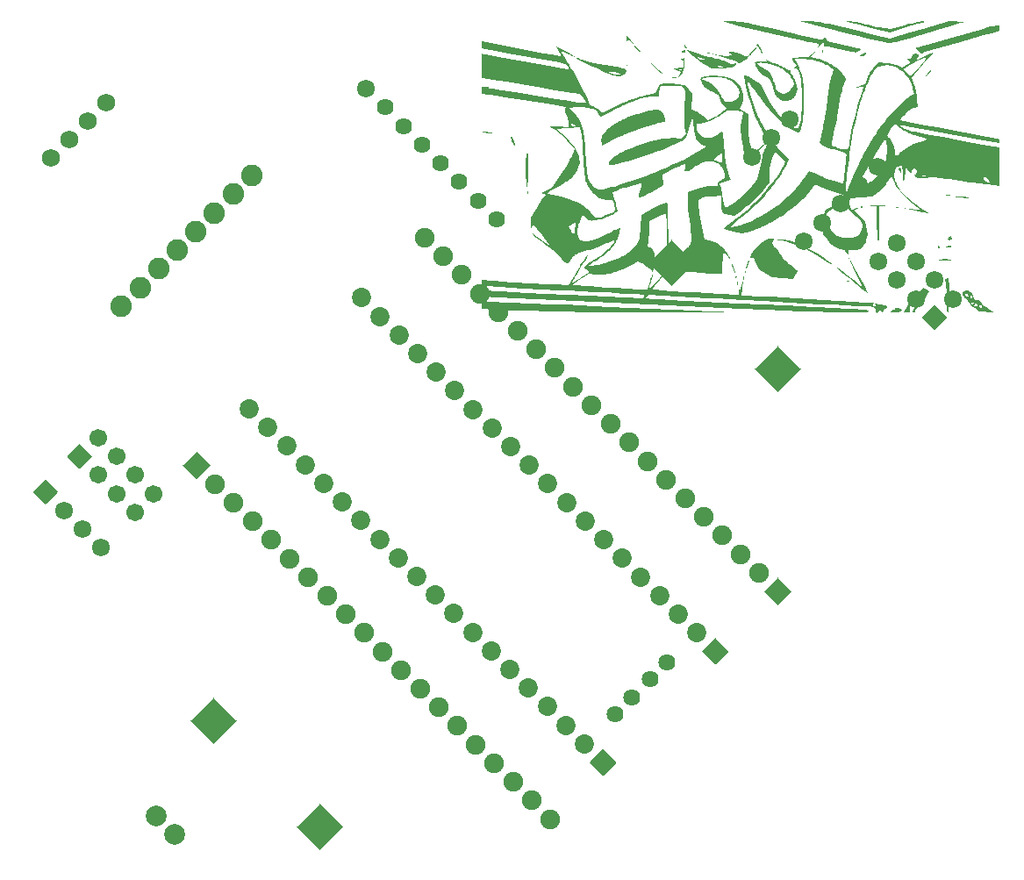
<source format=gts>
G04 Layer: TopSolderMaskLayer*
G04 EasyEDA v6.5.9, 2022-07-20 21:00:06*
G04 675a4c6cb2ae45bbbec233c6ba45e6eb,48182110fa554b5a8835cd683ef60cbf,10*
G04 Gerber Generator version 0.2*
G04 Scale: 100 percent, Rotated: No, Reflected: No *
G04 Dimensions in millimeters *
G04 leading zeros omitted , absolute positions ,4 integer and 5 decimal *
%FSLAX45Y45*%
%MOMM*%

%ADD10C,1.7232*%
%ADD11C,2.0033*%
%ADD12C,1.7232*%
%ADD13C,1.7516*%
%ADD14C,2.0828*%
%ADD15C,1.8542*%
%ADD16C,1.6256*%
%ADD17C,1.7016*%
%ADD18C,1.6216*%
%ADD19C,1.9016*%
%ADD20C,0.0185*%

%LPD*%
G36*
X4506722Y4914595D02*
G01*
X4251655Y4841697D01*
X4121658Y4804156D01*
X4037279Y4779518D01*
X3930345Y4747564D01*
X3753256Y4788255D01*
X3621379Y4818989D01*
X3518712Y4843424D01*
X3443020Y4861814D01*
X3347415Y4885639D01*
X3312922Y4893513D01*
X3285337Y4898898D01*
X3258159Y4903470D01*
X3231642Y4907127D01*
X3218688Y4908651D01*
X3193694Y4910937D01*
X3170021Y4912207D01*
X3158845Y4912512D01*
X3058566Y4911496D01*
X3545789Y4788814D01*
X3618992Y4770932D01*
X3686200Y4754880D01*
X3746855Y4740859D01*
X3800449Y4728921D01*
X3846372Y4719218D01*
X3884066Y4711903D01*
X3912971Y4707077D01*
X3923995Y4705654D01*
X3932580Y4704842D01*
X3938676Y4704791D01*
X3948226Y4706061D01*
X3964330Y4709261D01*
X3985158Y4713986D01*
X4016603Y4721809D01*
X4045102Y4729327D01*
X4075684Y4737709D01*
X4115562Y4749139D01*
X4421073Y4840732D01*
X4476394Y4856835D01*
X4531461Y4872532D01*
X4577283Y4885232D01*
X4658563Y4907280D01*
G37*
G36*
X2405888Y4912410D02*
G01*
X2308555Y4911242D01*
X2482443Y4867808D01*
X2589072Y4842103D01*
X2668270Y4823510D01*
X2887167Y4773472D01*
X3080562Y4728362D01*
X3113684Y4720894D01*
X3144113Y4714341D01*
X3170783Y4708855D01*
X3192627Y4704638D01*
X3208578Y4701946D01*
X3217621Y4701032D01*
X3226206Y4699762D01*
X3233267Y4696256D01*
X3238042Y4691075D01*
X3239820Y4684776D01*
X3239058Y4677460D01*
X3237026Y4669637D01*
X3234080Y4662220D01*
X3229254Y4654448D01*
X3229508Y4654296D01*
X3233877Y4658410D01*
X3242818Y4667707D01*
X3289808Y4718812D01*
X3289808Y4690414D01*
X3290671Y4679950D01*
X3293059Y4672380D01*
X3296615Y4668469D01*
X3300933Y4668926D01*
X3302000Y4669332D01*
X3306013Y4669688D01*
X3312363Y4669434D01*
X3320846Y4668672D01*
X3343452Y4665675D01*
X3372358Y4660849D01*
X3406089Y4654499D01*
X3443173Y4646777D01*
X3516629Y4630724D01*
X3573068Y4618837D01*
X3591306Y4615230D01*
X3601821Y4613503D01*
X3606800Y4614824D01*
X3614318Y4618431D01*
X3623310Y4623714D01*
X3632809Y4630166D01*
X3655568Y4646828D01*
X3325012Y4717542D01*
X3315715Y4742637D01*
X3311093Y4752797D01*
X3306470Y4757928D01*
X3301949Y4758029D01*
X3294887Y4750206D01*
X3291281Y4747463D01*
X3286709Y4744974D01*
X3281375Y4742840D01*
X3275380Y4741011D01*
X3268979Y4739690D01*
X3262325Y4738827D01*
X3255517Y4738522D01*
X3249015Y4738827D01*
X3240379Y4739741D01*
X3229914Y4741214D01*
X3204616Y4745634D01*
X3175203Y4751578D01*
X3143859Y4758740D01*
X3093466Y4771288D01*
X2996488Y4794554D01*
X2919933Y4812436D01*
X2783027Y4843830D01*
X2661970Y4872075D01*
X2581808Y4891328D01*
X2569464Y4894072D01*
X2542895Y4899101D01*
X2514701Y4903571D01*
X2500325Y4905502D01*
X2478684Y4907991D01*
X2457450Y4909972D01*
X2443734Y4911039D01*
X2417826Y4912258D01*
G37*
G36*
X3546297Y4912258D02*
G01*
X3508552Y4910988D01*
X3552698Y4898847D01*
X3629761Y4879086D01*
X3748532Y4849317D01*
X3929379Y4804410D01*
X4142486Y4869942D01*
X4202938Y4888230D01*
X4245203Y4900676D01*
X4263796Y4905857D01*
X4266946Y4907178D01*
X4268114Y4908397D01*
X4267200Y4909413D01*
X4264253Y4910328D01*
X4259275Y4911039D01*
X4252264Y4911648D01*
X4240580Y4912106D01*
X4234180Y4911750D01*
X4226255Y4910886D01*
X4216908Y4909566D01*
X4194556Y4905603D01*
X4168241Y4900168D01*
X4139031Y4893411D01*
X4107942Y4885537D01*
X4092092Y4881321D01*
X4068165Y4874615D01*
X3933545Y4835652D01*
X3829608Y4853838D01*
X3805174Y4858613D01*
X3751834Y4870094D01*
X3718509Y4877816D01*
X3693566Y4883962D01*
X3671315Y4889804D01*
X3641851Y4897221D01*
X3612540Y4903520D01*
X3585464Y4908397D01*
X3573373Y4910175D01*
X3562654Y4911445D01*
X3553561Y4912156D01*
G37*
G36*
X4968798Y4875326D02*
G01*
X4964531Y4874869D01*
X4949596Y4872075D01*
X4927498Y4867046D01*
X4899609Y4860188D01*
X4867554Y4851806D01*
X4832756Y4842306D01*
X4530648Y4756150D01*
X4411980Y4722977D01*
X4289044Y4689043D01*
X4224629Y4670806D01*
X4201312Y4663998D01*
X4181500Y4657750D01*
X4179671Y4656937D01*
X4179519Y4655616D01*
X4180636Y4653178D01*
X4182872Y4649724D01*
X4186123Y4645406D01*
X4195267Y4634738D01*
X4207154Y4622292D01*
X4213555Y4616246D01*
X4219651Y4611116D01*
X4225391Y4606950D01*
X4230522Y4603800D01*
X4234992Y4601819D01*
X4238599Y4601006D01*
X4241190Y4601514D01*
X4242663Y4603343D01*
X4243781Y4605172D01*
X4245965Y4607204D01*
X4249166Y4609439D01*
X4253230Y4611827D01*
X4263847Y4616907D01*
X4277055Y4622190D01*
X4292295Y4627321D01*
X4300474Y4629810D01*
X4362399Y4646574D01*
X4581398Y4706924D01*
X4832807Y4777130D01*
X4909261Y4798822D01*
X4983530Y4820767D01*
X4987544Y4848402D01*
X4988255Y4855311D01*
X4988153Y4861102D01*
X4987239Y4865827D01*
X4985461Y4869535D01*
X4982718Y4872278D01*
X4979060Y4874158D01*
X4974437Y4875123D01*
G37*
G36*
X1392326Y4775149D02*
G01*
X1391818Y4773625D01*
X1391412Y4770577D01*
X1391005Y4760417D01*
X1391005Y4745939D01*
X1391666Y4729378D01*
X1392275Y4722672D01*
X1393088Y4717542D01*
X1394002Y4714036D01*
X1395069Y4712157D01*
X1396187Y4712106D01*
X1397406Y4713884D01*
X1398625Y4717592D01*
X1404518Y4740402D01*
X1458569Y4694936D01*
X1409344Y4754118D01*
X1394206Y4773168D01*
X1392936Y4774996D01*
G37*
G36*
X-10210Y4716322D02*
G01*
X-10210Y4652162D01*
X74828Y4637176D01*
X297535Y4596942D01*
X591261Y4543501D01*
X743559Y4515459D01*
X754024Y4513275D01*
X762558Y4511141D01*
X770890Y4508703D01*
X779018Y4506061D01*
X786790Y4503166D01*
X794105Y4500118D01*
X800912Y4496917D01*
X807110Y4493666D01*
X812596Y4490313D01*
X817270Y4487011D01*
X821080Y4483709D01*
X823925Y4480458D01*
X827836Y4474768D01*
X830681Y4469841D01*
X832561Y4465523D01*
X833374Y4461865D01*
X833221Y4458817D01*
X832002Y4456328D01*
X829818Y4454347D01*
X826617Y4452874D01*
X823417Y4452518D01*
X817676Y4452620D01*
X809701Y4453178D01*
X787603Y4455668D01*
X758698Y4459681D01*
X724560Y4465066D01*
X686663Y4471568D01*
X345033Y4534763D01*
X206857Y4559909D01*
X65735Y4584852D01*
X37795Y4590338D01*
X17729Y4594707D01*
X11684Y4596282D01*
X-10210Y4602683D01*
X-10210Y4366361D01*
X62636Y4356608D01*
X103073Y4350359D01*
X156972Y4341520D01*
X226974Y4329734D01*
X575005Y4269130D01*
X699973Y4247743D01*
X816000Y4228896D01*
X871372Y4220616D01*
X938733Y4212132D01*
X976884Y4166615D01*
X982878Y4158996D01*
X992987Y4145026D01*
X996848Y4139082D01*
X999794Y4134053D01*
X1001674Y4130141D01*
X1002284Y4127550D01*
X1001928Y4126839D01*
X1000760Y4126280D01*
X998931Y4125823D01*
X993190Y4125315D01*
X984910Y4125214D01*
X974394Y4125569D01*
X961796Y4126331D01*
X947470Y4127500D01*
X914400Y4131005D01*
X881837Y4135323D01*
X836726Y4141927D01*
X783793Y4150055D01*
X713232Y4161282D01*
X658520Y4170324D01*
X314350Y4229150D01*
X253644Y4239260D01*
X190144Y4249318D01*
X136499Y4257192D01*
X97637Y4262221D01*
X85293Y4263440D01*
X68935Y4264355D01*
X61010Y4266336D01*
X56641Y4269282D01*
X56641Y4272889D01*
X57048Y4274769D01*
X56032Y4276547D01*
X53644Y4278122D01*
X50038Y4279493D01*
X45364Y4280662D01*
X39776Y4281525D01*
X33274Y4282084D01*
X26111Y4282287D01*
X-10210Y4282287D01*
X-10210Y4216146D01*
X131724Y4191457D01*
X216966Y4177741D01*
X339598Y4158742D01*
X618490Y4117136D01*
X719836Y4101592D01*
X761898Y4094734D01*
X799592Y4087114D01*
X796180Y4074058D01*
X836879Y4074058D01*
X897940Y4083100D01*
X908659Y4084065D01*
X920546Y4084624D01*
X933297Y4084726D01*
X946658Y4084421D01*
X960424Y4083761D01*
X974293Y4082694D01*
X988009Y4081322D01*
X1001318Y4079544D01*
X1013917Y4077411D01*
X1090472Y4061612D01*
X1133703Y3991914D01*
X1134922Y3992067D01*
X1143304Y3995521D01*
X1158748Y4002633D01*
X1207211Y4026052D01*
X1303578Y4074210D01*
X1330299Y4087215D01*
X1357579Y4099966D01*
X1378102Y4109262D01*
X1411884Y4123944D01*
X1437843Y4134815D01*
X1462430Y4144568D01*
X1485036Y4153103D01*
X1505254Y4160164D01*
X1522526Y4165498D01*
X1529892Y4167479D01*
X1558544Y4174134D01*
X1587855Y4179874D01*
X1602079Y4182364D01*
X1628292Y4186174D01*
X1639722Y4187444D01*
X1649730Y4188256D01*
X1658010Y4188510D01*
X1702307Y4188510D01*
X1702460Y4225239D01*
X1703578Y4239006D01*
X1705660Y4252518D01*
X1706930Y4258665D01*
X1708353Y4264152D01*
X1709877Y4268774D01*
X1717497Y4288536D01*
X1924253Y4288536D01*
X1939594Y4270044D01*
X1942642Y4265726D01*
X1945436Y4260646D01*
X1947875Y4254855D01*
X1950008Y4248658D01*
X1951634Y4242206D01*
X1952853Y4235653D01*
X1953463Y4229252D01*
X1953361Y4220972D01*
X1944420Y4068775D01*
X1943252Y4039514D01*
X1942846Y4017060D01*
X1942896Y3987241D01*
X1943607Y3958691D01*
X1944979Y3932529D01*
X1946910Y3909872D01*
X1948078Y3900220D01*
X1949450Y3891838D01*
X1961286Y3826713D01*
X1912162Y3782263D01*
X1840026Y3785412D01*
X1829562Y3785463D01*
X1818081Y3785209D01*
X1792732Y3783837D01*
X1765554Y3781348D01*
X1744776Y3778859D01*
X1731111Y3776979D01*
X1705051Y3772611D01*
X1693011Y3770223D01*
X1671370Y3765296D01*
X1647037Y3759200D01*
X1620977Y3752189D01*
X1587652Y3742740D01*
X1561693Y3734917D01*
X1537462Y3727196D01*
X1515821Y3719779D01*
X1493418Y3711701D01*
X1457248Y3698036D01*
X1426768Y3686048D01*
X1403502Y3676599D01*
X1382318Y3667709D01*
X1364081Y3659784D01*
X1352346Y3654247D01*
X1340154Y3648201D01*
X1327759Y3641648D01*
X1315415Y3634790D01*
X1291691Y3620770D01*
X1280820Y3613810D01*
X1270863Y3607054D01*
X1262075Y3600704D01*
X1254709Y3594862D01*
X1249324Y3590188D01*
X1239215Y3580333D01*
X1230376Y3570376D01*
X1226515Y3565499D01*
X1220266Y3556304D01*
X1217930Y3552139D01*
X1216253Y3548278D01*
X1215186Y3544874D01*
X1214831Y3541979D01*
X1214831Y3522624D01*
X1270508Y3530346D01*
X1283766Y3532835D01*
X1301140Y3536696D01*
X1322019Y3541826D01*
X1345895Y3548024D01*
X1399895Y3562959D01*
X1458315Y3580180D01*
X1520748Y3599840D01*
X1555242Y3611016D01*
X1596085Y3624630D01*
X1652727Y3644137D01*
X1694434Y3659124D01*
X1710893Y3665372D01*
X1753616Y3682695D01*
X1819452Y3710330D01*
X1864817Y3730040D01*
X1879041Y3736644D01*
X1893062Y3743756D01*
X1906574Y3751072D01*
X1919173Y3758488D01*
X1930552Y3765651D01*
X1940255Y3772458D01*
X1948027Y3778605D01*
X1953412Y3783939D01*
X1955495Y3786682D01*
X1959965Y3793947D01*
X1964689Y3803345D01*
X1969465Y3814521D01*
X1974189Y3827018D01*
X1978761Y3840479D01*
X1982978Y3854602D01*
X1986686Y3868877D01*
X1989988Y3883202D01*
X1993646Y3897833D01*
X1997811Y3912514D01*
X2002282Y3926840D01*
X2006904Y3940403D01*
X2011527Y3952849D01*
X2016099Y3963670D01*
X2020366Y3972458D01*
X2041296Y4007256D01*
X2034082Y3962450D01*
X2033320Y3951732D01*
X2033117Y3939032D01*
X2033524Y3924808D01*
X2034387Y3909517D01*
X2035810Y3893667D01*
X2037689Y3877665D01*
X2040026Y3862019D01*
X2042769Y3846982D01*
X2045919Y3832250D01*
X2049424Y3817975D01*
X2053082Y3804564D01*
X2056841Y3792372D01*
X2060600Y3781755D01*
X2064207Y3773119D01*
X2065883Y3769664D01*
X2069084Y3764635D01*
X2074214Y3759149D01*
X2081326Y3752697D01*
X2089962Y3745687D01*
X2099564Y3738422D01*
X2109673Y3731361D01*
X2119782Y3724910D01*
X2156002Y3702812D01*
X2091842Y3661511D01*
X2077364Y3652774D01*
X2059178Y3642360D01*
X2013813Y3617569D01*
X1942599Y3580587D01*
X2227478Y3580587D01*
X2276195Y3622294D01*
X2302967Y3644290D01*
X2310231Y3649726D01*
X2311654Y3650538D01*
X2312314Y3649472D01*
X2313432Y3641191D01*
X2314244Y3626154D01*
X2314752Y3606241D01*
X2314803Y3538931D01*
X2227478Y3580587D01*
X1942599Y3580587D01*
X1918462Y3568446D01*
X1883562Y3551326D01*
X1864918Y3542436D01*
X1822500Y3523030D01*
X1774952Y3502151D01*
X1730806Y3483305D01*
X1672742Y3459327D01*
X1622044Y3439109D01*
X1591767Y3427425D01*
X1563166Y3416655D01*
X1513890Y3398824D01*
X1447393Y3375406D01*
X1382522Y3353257D01*
X1329893Y3335832D01*
X1290980Y3323437D01*
X1275181Y3318611D01*
X1246835Y3310636D01*
X1214069Y3302304D01*
X1183741Y3295548D01*
X1170228Y3292906D01*
X1158189Y3290824D01*
X1147876Y3289350D01*
X1139647Y3288639D01*
X1136345Y3288537D01*
X1130604Y3288792D01*
X1124712Y3289604D01*
X1118717Y3290874D01*
X1112672Y3292703D01*
X1106576Y3295040D01*
X1100480Y3297834D01*
X1094384Y3301085D01*
X1088339Y3304794D01*
X1082344Y3308959D01*
X1076401Y3313582D01*
X1070559Y3318611D01*
X1064869Y3324047D01*
X1061161Y3327908D01*
X1053744Y3336798D01*
X1046429Y3346856D01*
X1039418Y3357778D01*
X1032865Y3369259D01*
X1027023Y3380892D01*
X1022096Y3392322D01*
X1018184Y3403244D01*
X1016050Y3411118D01*
X1013358Y3425342D01*
X1010462Y3444392D01*
X1007618Y3467506D01*
X1004773Y3493820D01*
X1002080Y3522522D01*
X999642Y3552850D01*
X997458Y3583940D01*
X994003Y3642512D01*
X992022Y3671417D01*
X986790Y3735222D01*
X984300Y3761536D01*
X981760Y3785717D01*
X979220Y3807002D01*
X976833Y3824833D01*
X973328Y3845051D01*
X970483Y3858463D01*
X967181Y3872280D01*
X963523Y3886149D01*
X959612Y3899915D01*
X955446Y3913276D01*
X951179Y3925925D01*
X946912Y3937660D01*
X942594Y3948226D01*
X938428Y3957269D01*
X932687Y3967987D01*
X925779Y3979316D01*
X918006Y3990898D01*
X909624Y4002379D01*
X900937Y4013454D01*
X892098Y4023766D01*
X883462Y4032910D01*
X875233Y4040682D01*
X836879Y4074058D01*
X796180Y4074058D01*
X793445Y4063593D01*
X792632Y4058310D01*
X792632Y4052214D01*
X793445Y4045559D01*
X794969Y4038600D01*
X797204Y4031487D01*
X799998Y4024477D01*
X803402Y4017721D01*
X810006Y4007205D01*
X812596Y4002278D01*
X815086Y3996690D01*
X817372Y3990644D01*
X819505Y3984193D01*
X821436Y3977436D01*
X824585Y3963415D01*
X826566Y3949192D01*
X827125Y3942334D01*
X827328Y3935679D01*
X827328Y3913530D01*
X852322Y3913530D01*
X853033Y3918356D01*
X855065Y3922318D01*
X858062Y3924909D01*
X861669Y3925824D01*
X866800Y3924808D01*
X873810Y3922115D01*
X881786Y3918254D01*
X889812Y3913530D01*
X908558Y3901389D01*
X880414Y3901236D01*
X869492Y3902151D01*
X860552Y3904742D01*
X854506Y3908704D01*
X852322Y3913530D01*
X827328Y3913530D01*
X827328Y3888333D01*
X730910Y3897274D01*
X713841Y3898595D01*
X684225Y3900119D01*
X672338Y3900271D01*
X662889Y3900068D01*
X656234Y3899509D01*
X654100Y3899052D01*
X652780Y3898493D01*
X652322Y3897884D01*
X652881Y3896614D01*
X654558Y3894632D01*
X660857Y3888994D01*
X670661Y3881323D01*
X683361Y3872128D01*
X698246Y3861866D01*
X723798Y3845001D01*
X733399Y3838143D01*
X743458Y3830574D01*
X753922Y3822344D01*
X775258Y3804564D01*
X785876Y3795268D01*
X806297Y3776370D01*
X815797Y3767074D01*
X824636Y3758031D01*
X832713Y3749344D01*
X888034Y3687775D01*
X868222Y3629812D01*
X865835Y3623767D01*
X859078Y3608984D01*
X849985Y3591051D01*
X838962Y3570528D01*
X826211Y3547973D01*
X808431Y3517798D01*
X793089Y3492652D01*
X772972Y3460953D01*
X671068Y3307283D01*
X567716Y3255111D01*
X626110Y3255111D01*
X626719Y3257092D01*
X628091Y3259277D01*
X630275Y3261715D01*
X633222Y3264357D01*
X636981Y3267252D01*
X646785Y3273704D01*
X659790Y3281121D01*
X675894Y3289503D01*
X706932Y3304438D01*
X719175Y3310686D01*
X744626Y3324555D01*
X770077Y3339541D01*
X782421Y3347161D01*
X805484Y3362248D01*
X815848Y3369462D01*
X825195Y3376371D01*
X833424Y3382822D01*
X842670Y3390849D01*
X852169Y3399942D01*
X861720Y3409797D01*
X871118Y3420211D01*
X880262Y3431082D01*
X888898Y3442106D01*
X896924Y3453079D01*
X904138Y3463798D01*
X910386Y3474059D01*
X915466Y3483660D01*
X942441Y3539337D01*
X932840Y3590137D01*
X930249Y3600856D01*
X926947Y3612438D01*
X923086Y3624529D01*
X918819Y3636772D01*
X914247Y3648811D01*
X909472Y3660241D01*
X904697Y3670706D01*
X900277Y3679240D01*
X895299Y3687622D01*
X889355Y3696868D01*
X874979Y3717086D01*
X866851Y3727704D01*
X849680Y3748786D01*
X840841Y3758895D01*
X832103Y3768445D01*
X822401Y3778453D01*
X811022Y3789679D01*
X799236Y3800856D01*
X787400Y3811727D01*
X775868Y3821887D01*
X764946Y3831132D01*
X755040Y3839057D01*
X746455Y3845458D01*
X709269Y3869791D01*
X802944Y3878834D01*
X860602Y3883761D01*
X898702Y3886403D01*
X938834Y3888536D01*
X951280Y3839311D01*
X953566Y3826662D01*
X956005Y3809136D01*
X958494Y3787394D01*
X960932Y3762095D01*
X963320Y3733901D01*
X965606Y3703472D01*
X968248Y3663238D01*
X972464Y3580333D01*
X974394Y3547618D01*
X976528Y3516071D01*
X978814Y3486302D01*
X983640Y3434791D01*
X986078Y3414369D01*
X988415Y3398316D01*
X989533Y3392170D01*
X990650Y3387344D01*
X993749Y3377234D01*
X998118Y3365754D01*
X1003604Y3353257D01*
X1009954Y3340201D01*
X1017016Y3326942D01*
X1024483Y3313887D01*
X1032306Y3301492D01*
X1040130Y3290062D01*
X1048562Y3279038D01*
X1058062Y3267760D01*
X1068222Y3256635D01*
X1078738Y3245866D01*
X1089355Y3235807D01*
X1099667Y3226816D01*
X1109472Y3219145D01*
X1118311Y3213150D01*
X1127353Y3208223D01*
X1137666Y3203651D01*
X1148842Y3199434D01*
X1160576Y3195828D01*
X1172514Y3192780D01*
X1184249Y3190544D01*
X1195425Y3189071D01*
X1205738Y3188563D01*
X1252931Y3188512D01*
X1265682Y3154984D01*
X1268171Y3147720D01*
X1270355Y3139897D01*
X1272184Y3131820D01*
X1273606Y3123692D01*
X1274622Y3115767D01*
X1275181Y3108248D01*
X1275232Y3101492D01*
X1274724Y3095599D01*
X1271066Y3069793D01*
X1188313Y3039618D01*
X1158087Y3029305D01*
X1131417Y3021126D01*
X1120292Y3018129D01*
X1111250Y3015945D01*
X1104595Y3014776D01*
X1102309Y3014624D01*
X1099464Y3014929D01*
X1096213Y3016046D01*
X1092555Y3017875D01*
X1088593Y3020314D01*
X1084326Y3023412D01*
X1079906Y3027019D01*
X1075283Y3031134D01*
X1070610Y3035706D01*
X1061262Y3046018D01*
X1056690Y3051606D01*
X1048867Y3062020D01*
X1040841Y3071723D01*
X1031544Y3081985D01*
X1021334Y3092399D01*
X1010462Y3102711D01*
X999337Y3112617D01*
X988263Y3121761D01*
X977544Y3129889D01*
X968908Y3135731D01*
X960932Y3140608D01*
X941781Y3151124D01*
X919429Y3162147D01*
X907440Y3167735D01*
X882700Y3178454D01*
X857910Y3188309D01*
X834288Y3196640D01*
X809650Y3204514D01*
X783945Y3212134D01*
X752398Y3220720D01*
X729284Y3226460D01*
X709472Y3230727D01*
X686003Y3234994D01*
X671118Y3238093D01*
X657250Y3241395D01*
X645160Y3244697D01*
X635508Y3247796D01*
X629005Y3250590D01*
X627278Y3251860D01*
X626313Y3253384D01*
X626110Y3255111D01*
X567716Y3255111D01*
X564896Y3253689D01*
X605078Y3238246D01*
X565861Y3186684D01*
X554228Y3169869D01*
X549351Y3162249D01*
X545388Y3155492D01*
X542340Y3149803D01*
X540410Y3145383D01*
X539394Y3140608D01*
X536803Y3134106D01*
X531926Y3124504D01*
X525119Y3112465D01*
X516839Y3098647D01*
X507339Y3083712D01*
X464921Y3019755D01*
X467004Y2942031D01*
X467868Y2927045D01*
X468934Y2916275D01*
X469544Y2912567D01*
X470204Y2910027D01*
X470865Y2908757D01*
X471576Y2908706D01*
X472338Y2910027D01*
X473049Y2912618D01*
X475030Y2923540D01*
X476605Y2929991D01*
X478434Y2935833D01*
X480466Y2940913D01*
X482600Y2945130D01*
X484835Y2948330D01*
X487019Y2950311D01*
X489204Y2951022D01*
X491642Y2950413D01*
X494741Y2948635D01*
X498348Y2945790D01*
X502310Y2942031D01*
X506655Y2937357D01*
X826566Y2937357D01*
X868324Y2959201D01*
X880922Y2965399D01*
X890574Y2969818D01*
X896213Y2971850D01*
X897178Y2971800D01*
X897178Y2966821D01*
X894791Y2937459D01*
X892708Y2916631D01*
X891438Y2905963D01*
X889914Y2896006D01*
X887641Y2884728D01*
X914806Y2884728D01*
X915314Y2896920D01*
X916787Y2910179D01*
X919175Y2924149D01*
X922324Y2938373D01*
X926134Y2952496D01*
X930554Y2966110D01*
X935431Y2978861D01*
X938021Y2984804D01*
X966673Y3041142D01*
X994664Y3014827D01*
X998728Y3011271D01*
X1003249Y3007868D01*
X1008075Y3004616D01*
X1013206Y3001568D01*
X1018489Y2998774D01*
X1023924Y2996234D01*
X1034846Y2992120D01*
X1040180Y2990596D01*
X1045362Y2989478D01*
X1050290Y2988767D01*
X1054912Y2988513D01*
X1061161Y2988868D01*
X1069136Y2989783D01*
X1089304Y2993288D01*
X1113536Y2998622D01*
X1139901Y3005378D01*
X1166622Y3013151D01*
X1179779Y3017367D01*
X1206042Y3026562D01*
X1218590Y3031286D01*
X1241602Y3040735D01*
X1251559Y3045155D01*
X1260195Y3049371D01*
X1267307Y3053181D01*
X1272641Y3056534D01*
X1299210Y3075279D01*
X1288084Y3134410D01*
X1282801Y3158490D01*
X1276553Y3182874D01*
X1270152Y3204616D01*
X1267155Y3213608D01*
X1263040Y3224733D01*
X1258214Y3238703D01*
X1253337Y3255568D01*
X1252575Y3259378D01*
X1252321Y3261969D01*
X1252626Y3262731D01*
X1255115Y3264712D01*
X1259941Y3267354D01*
X1266901Y3270554D01*
X1275892Y3274314D01*
X1299210Y3283153D01*
X1328470Y3293364D01*
X1362354Y3304438D01*
X1380642Y3310178D01*
X1426718Y3323844D01*
X1460246Y3333191D01*
X1489100Y3340709D01*
X1511909Y3345992D01*
X1520647Y3347720D01*
X1527302Y3348736D01*
X1531823Y3349040D01*
X1533144Y3348939D01*
X1533906Y3348583D01*
X1534515Y3347212D01*
X1534769Y3344875D01*
X1534058Y3337560D01*
X1531924Y3327196D01*
X1528521Y3314446D01*
X1524000Y3299968D01*
X1512570Y3266998D01*
X1510233Y3259074D01*
X1508353Y3251708D01*
X1506880Y3244900D01*
X1505813Y3238703D01*
X1505254Y3233115D01*
X1505102Y3228136D01*
X1505407Y3223869D01*
X1506169Y3220313D01*
X1507388Y3217468D01*
X1509014Y3215335D01*
X1510436Y3214573D01*
X1512417Y3214166D01*
X1515008Y3214217D01*
X1518158Y3214624D01*
X1526082Y3216605D01*
X1536090Y3220008D01*
X1547977Y3224834D01*
X1561592Y3230930D01*
X1576832Y3238347D01*
X1593443Y3246882D01*
X1611376Y3256584D01*
X1630426Y3267354D01*
X1739747Y3330346D01*
X1733550Y3432251D01*
X1865528Y3497986D01*
X1897024Y3513175D01*
X1923592Y3525520D01*
X1943201Y3534156D01*
X1949856Y3536797D01*
X1954022Y3538220D01*
X1955139Y3538372D01*
X1956765Y3537661D01*
X1958035Y3535476D01*
X1958898Y3532022D01*
X1959305Y3527450D01*
X1959305Y3521913D01*
X1958898Y3515563D01*
X1957984Y3508552D01*
X1956663Y3501034D01*
X1949196Y3463544D01*
X1968093Y3463544D01*
X1970328Y3463747D01*
X1973122Y3464356D01*
X1980234Y3466795D01*
X1989074Y3470656D01*
X1999284Y3475786D01*
X2010613Y3481984D01*
X2022703Y3489045D01*
X2035200Y3496868D01*
X2060346Y3513785D01*
X2084933Y3529787D01*
X2106422Y3543046D01*
X2115210Y3548126D01*
X2122271Y3551936D01*
X2127300Y3554272D01*
X2131974Y3555746D01*
X2138019Y3557168D01*
X2153412Y3559708D01*
X2171344Y3561537D01*
X2189784Y3562502D01*
X2196084Y3562400D01*
X2202840Y3561842D01*
X2209952Y3560927D01*
X2217318Y3559657D01*
X2224836Y3557981D01*
X2232406Y3556000D01*
X2239924Y3553764D01*
X2247341Y3551224D01*
X2254504Y3548481D01*
X2261260Y3545535D01*
X2267610Y3542385D01*
X2273401Y3539134D01*
X2278329Y3535984D01*
X2283002Y3532682D01*
X2291740Y3525520D01*
X2295804Y3521659D01*
X2303272Y3513429D01*
X2306675Y3509060D01*
X2309876Y3504488D01*
X2315616Y3494836D01*
X2318207Y3489706D01*
X2320594Y3484372D01*
X2324709Y3473196D01*
X2329129Y3457549D01*
X2333853Y3439210D01*
X2337409Y3423920D01*
X2339441Y3413506D01*
X2339746Y3410712D01*
X2338984Y3408527D01*
X2336800Y3405682D01*
X2333345Y3402329D01*
X2328773Y3398621D01*
X2323236Y3394659D01*
X2316835Y3390493D01*
X2294788Y3377996D01*
X2287727Y3373272D01*
X2281377Y3368294D01*
X2275840Y3363163D01*
X2271217Y3358083D01*
X2267762Y3353155D01*
X2265578Y3348532D01*
X2264816Y3344468D01*
X2264816Y3326028D01*
X2205278Y3325926D01*
X2196287Y3325368D01*
X2186178Y3324199D01*
X2175052Y3322574D01*
X2163165Y3320440D01*
X2137562Y3314903D01*
X2110841Y3307943D01*
X2097481Y3304032D01*
X2084374Y3299917D01*
X2071674Y3295548D01*
X1977288Y3260648D01*
X1977542Y3179876D01*
X1978152Y3161080D01*
X1979422Y3139033D01*
X1981301Y3114497D01*
X1983689Y3088233D01*
X1986534Y3061106D01*
X1989785Y3033928D01*
X1994204Y3001010D01*
X2002231Y2945638D01*
X2006650Y2910230D01*
X2009648Y2883509D01*
X2011984Y2859328D01*
X2013559Y2838805D01*
X2014270Y2822905D01*
X2014118Y2812542D01*
X2013559Y2805176D01*
X2012645Y2797860D01*
X2011425Y2790545D01*
X2009902Y2783382D01*
X2008124Y2776423D01*
X2006041Y2769768D01*
X2003755Y2763469D01*
X2001266Y2757576D01*
X1998573Y2752191D01*
X1995678Y2747365D01*
X1992630Y2743200D01*
X1985772Y2735427D01*
X1977288Y2726994D01*
X1967738Y2718358D01*
X1957730Y2709976D01*
X1947672Y2702356D01*
X1938223Y2695905D01*
X1928164Y2690012D01*
X1916531Y2683967D01*
X1904034Y2678125D01*
X1891334Y2672689D01*
X1879092Y2668016D01*
X1868017Y2664460D01*
X1860143Y2662478D01*
X1852117Y2661107D01*
X1844141Y2660294D01*
X1836521Y2659989D01*
X1829409Y2660243D01*
X1823008Y2661107D01*
X1817573Y2662478D01*
X1813356Y2664409D01*
X1796034Y2675077D01*
X1783537Y3156966D01*
X1764792Y3160369D01*
X1762912Y3160420D01*
X1757222Y3159455D01*
X1749145Y3156966D01*
X1738985Y3153206D01*
X1726946Y3148177D01*
X1713382Y3142081D01*
X1698498Y3135020D01*
X1682546Y3127044D01*
X1665782Y3118358D01*
X1648561Y3109061D01*
X1533550Y3044698D01*
X1519174Y2817266D01*
X1488135Y2767330D01*
X1480820Y2757017D01*
X1472133Y2745994D01*
X1462481Y2734716D01*
X1452168Y2723388D01*
X1441450Y2712415D01*
X1430680Y2702153D01*
X1420164Y2692908D01*
X1410970Y2685542D01*
X1401622Y2678785D01*
X1391107Y2671622D01*
X1379728Y2664256D01*
X1367688Y2656840D01*
X1342491Y2642362D01*
X1329893Y2635605D01*
X1317599Y2629357D01*
X1305814Y2623718D01*
X1295450Y2619146D01*
X1273403Y2610408D01*
X1247597Y2601264D01*
X1219555Y2592171D01*
X1183792Y2581656D01*
X1169822Y2577846D01*
X1143609Y2571394D01*
X1114094Y2564993D01*
X1086154Y2559405D01*
X1061770Y2555036D01*
X1042771Y2552141D01*
X1031087Y2551125D01*
X1028293Y2551430D01*
X1026668Y2552242D01*
X1026058Y2553614D01*
X1026515Y2555443D01*
X1027988Y2557729D01*
X1030478Y2560421D01*
X1033932Y2563571D01*
X1038301Y2567025D01*
X1049832Y2575102D01*
X1077468Y2592120D01*
X1096924Y2605024D01*
X1129385Y2627985D01*
X1156817Y2648661D01*
X1177340Y2664968D01*
X1186738Y2672740D01*
X1195933Y2680716D01*
X1205230Y2689301D01*
X1214628Y2698343D01*
X1233119Y2717393D01*
X1241958Y2727147D01*
X1250391Y2736850D01*
X1258316Y2746349D01*
X1265580Y2755595D01*
X1272133Y2764383D01*
X1277772Y2772613D01*
X1282395Y2780182D01*
X1288592Y2791460D01*
X1294688Y2803601D01*
X1300581Y2816199D01*
X1306068Y2828899D01*
X1310944Y2841294D01*
X1315161Y2853029D01*
X1318514Y2863697D01*
X1320800Y2872892D01*
X1329283Y2913532D01*
X1312672Y2913380D01*
X1309928Y2913075D01*
X1306271Y2912160D01*
X1296568Y2908858D01*
X1284427Y2903728D01*
X1270406Y2897124D01*
X1255318Y2889351D01*
X1231493Y2876042D01*
X1211783Y2865729D01*
X1177036Y2848965D01*
X1146149Y2835148D01*
X1122019Y2824988D01*
X1098651Y2815894D01*
X1072083Y2806750D01*
X1046175Y2798978D01*
X1034084Y2795727D01*
X1022807Y2793034D01*
X1012647Y2790901D01*
X1003858Y2789377D01*
X996594Y2788615D01*
X993648Y2788513D01*
X986536Y2788970D01*
X978966Y2790139D01*
X971245Y2792069D01*
X963523Y2794609D01*
X956106Y2797657D01*
X949147Y2801162D01*
X942949Y2805074D01*
X937666Y2809189D01*
X933958Y2812948D01*
X930605Y2817114D01*
X927557Y2821686D01*
X924814Y2826766D01*
X922477Y2832303D01*
X920394Y2838246D01*
X918667Y2844749D01*
X917295Y2851708D01*
X916178Y2859176D01*
X915416Y2867152D01*
X914958Y2875686D01*
X914806Y2884728D01*
X887641Y2884728D01*
X886307Y2879140D01*
X884377Y2872638D01*
X882446Y2867710D01*
X880516Y2864612D01*
X878687Y2863545D01*
X876553Y2864256D01*
X873658Y2866440D01*
X870203Y2869844D01*
X866292Y2874365D01*
X857503Y2886100D01*
X852932Y2893009D01*
X826566Y2937357D01*
X506655Y2937357D01*
X510895Y2932328D01*
X515213Y2926588D01*
X525932Y2911094D01*
X538581Y2893822D01*
X554634Y2872740D01*
X572820Y2849422D01*
X591870Y2825597D01*
X653694Y2749651D01*
X607923Y2772816D01*
X597916Y2778709D01*
X586841Y2785872D01*
X574954Y2794101D01*
X562762Y2803093D01*
X550519Y2812592D01*
X538632Y2822346D01*
X527507Y2832049D01*
X515874Y2842768D01*
X504291Y2852978D01*
X494842Y2860649D01*
X487984Y2865526D01*
X485597Y2866796D01*
X484022Y2867304D01*
X483209Y2866948D01*
X483311Y2865780D01*
X484276Y2863697D01*
X488340Y2857703D01*
X494334Y2850388D01*
X501802Y2842158D01*
X510387Y2833420D01*
X519582Y2824734D01*
X528980Y2816453D01*
X543661Y2804769D01*
X564083Y2789529D01*
X588314Y2772054D01*
X621131Y2749194D01*
X646125Y2732227D01*
X657148Y2724353D01*
X668324Y2715920D01*
X679551Y2706979D01*
X690676Y2697683D01*
X701548Y2688183D01*
X712063Y2678582D01*
X722020Y2669032D01*
X731316Y2659634D01*
X739800Y2650540D01*
X747369Y2641904D01*
X753821Y2633776D01*
X761898Y2622702D01*
X767435Y2615692D01*
X773023Y2609037D01*
X778611Y2602788D01*
X784199Y2597048D01*
X789635Y2591866D01*
X794867Y2587294D01*
X799846Y2583434D01*
X804519Y2580284D01*
X808736Y2577947D01*
X812495Y2576525D01*
X815695Y2576017D01*
X820318Y2576779D01*
X825195Y2579014D01*
X830275Y2582570D01*
X835304Y2587294D01*
X840232Y2593035D01*
X844905Y2599639D01*
X849172Y2606954D01*
X855014Y2619756D01*
X857453Y2624429D01*
X860145Y2629001D01*
X863092Y2633421D01*
X866292Y2637637D01*
X869746Y2641752D01*
X873455Y2645714D01*
X877468Y2649524D01*
X886358Y2656738D01*
X891184Y2660142D01*
X896366Y2663444D01*
X901801Y2666593D01*
X913637Y2672588D01*
X925474Y2677668D01*
X937666Y2682240D01*
X951026Y2686812D01*
X965149Y2691180D01*
X979627Y2695346D01*
X994003Y2699054D01*
X1007871Y2702306D01*
X1020724Y2704846D01*
X1030681Y2706573D01*
X1039723Y2708554D01*
X1049934Y2711246D01*
X1061212Y2714548D01*
X1086154Y2722930D01*
X1099515Y2727807D01*
X1126896Y2738678D01*
X1140663Y2744520D01*
X1160780Y2753614D01*
X1192174Y2768701D01*
X1209700Y2776728D01*
X1225905Y2783738D01*
X1240332Y2789529D01*
X1252575Y2794000D01*
X1262278Y2796946D01*
X1266037Y2797810D01*
X1268984Y2798216D01*
X1271117Y2798216D01*
X1272286Y2797708D01*
X1272794Y2796184D01*
X1272336Y2793695D01*
X1270914Y2790342D01*
X1268679Y2786126D01*
X1265631Y2781198D01*
X1257350Y2769463D01*
X1246530Y2755747D01*
X1233576Y2740660D01*
X1223619Y2729788D01*
X1210208Y2716428D01*
X1194104Y2701594D01*
X1175816Y2685745D01*
X1156004Y2669387D01*
X1130046Y2648966D01*
X1108964Y2633218D01*
X1088390Y2618638D01*
X1034389Y2582316D01*
X991514Y2553106D01*
X978662Y2543860D01*
X978255Y2542438D01*
X978966Y2540203D01*
X980744Y2537307D01*
X983487Y2533853D01*
X987044Y2529890D01*
X991362Y2525572D01*
X996340Y2521051D01*
X1030071Y2493568D01*
X942949Y2436368D01*
X927353Y2426462D01*
X912774Y2417572D01*
X899617Y2409850D01*
X888136Y2403500D01*
X878789Y2398776D01*
X871829Y2395778D01*
X869340Y2394966D01*
X867613Y2394712D01*
X866698Y2394966D01*
X866394Y2395931D01*
X866648Y2397658D01*
X868578Y2403246D01*
X872286Y2411374D01*
X877620Y2421788D01*
X884377Y2434082D01*
X892352Y2447899D01*
X901395Y2462885D01*
X940358Y2524810D01*
X968400Y2570124D01*
X989431Y2604820D01*
X995019Y2614472D01*
X999947Y2623718D01*
X1004214Y2632303D01*
X1007719Y2640025D01*
X1010310Y2646680D01*
X1011986Y2652064D01*
X1012545Y2655874D01*
X1011986Y2658008D01*
X1010361Y2658262D01*
X1007922Y2656738D01*
X1004773Y2653639D01*
X1001064Y2649118D01*
X996848Y2643327D01*
X992327Y2636418D01*
X987602Y2628544D01*
X977798Y2611069D01*
X972819Y2602839D01*
X967892Y2595372D01*
X963218Y2588920D01*
X958900Y2583535D01*
X955090Y2579471D01*
X951890Y2576931D01*
X945692Y2574798D01*
X942644Y2571343D01*
X940562Y2566314D01*
X939596Y2558592D01*
X938123Y2553716D01*
X935177Y2546908D01*
X931011Y2538272D01*
X919327Y2516581D01*
X904036Y2490470D01*
X886155Y2461666D01*
X826208Y2369312D01*
X867359Y2369312D01*
X867410Y2369972D01*
X868222Y2371090D01*
X872236Y2374747D01*
X879043Y2380081D01*
X899769Y2394813D01*
X927912Y2413508D01*
X1024331Y2474518D01*
X1096670Y2467102D01*
X1107033Y2466390D01*
X1117447Y2465984D01*
X1128014Y2465933D01*
X1138783Y2466289D01*
X1149756Y2466949D01*
X1161084Y2468016D01*
X1172768Y2469438D01*
X1184859Y2471216D01*
X1197406Y2473401D01*
X1210462Y2475992D01*
X1224127Y2478989D01*
X1253337Y2486202D01*
X1267206Y2489962D01*
X1279804Y2493670D01*
X1306017Y2502255D01*
X1319428Y2507030D01*
X1346098Y2517241D01*
X1371752Y2528062D01*
X1383944Y2533497D01*
X1406194Y2544368D01*
X1416050Y2549601D01*
X1424940Y2554681D01*
X1494332Y2598420D01*
X1526438Y2585110D01*
X1535684Y2580741D01*
X1545488Y2575255D01*
X1555242Y2568956D01*
X1564436Y2562250D01*
X1572666Y2555443D01*
X1576222Y2552141D01*
X1583740Y2544318D01*
X1588465Y2540000D01*
X1593291Y2536139D01*
X1598066Y2532735D01*
X1602689Y2529941D01*
X1607007Y2527808D01*
X1610817Y2526487D01*
X1614068Y2526030D01*
X1620215Y2524302D01*
X1626514Y2519578D01*
X1632254Y2512669D01*
X1636725Y2504135D01*
X1645361Y2482291D01*
X1654454Y2523845D01*
X1656130Y2533243D01*
X1659178Y2555646D01*
X1661617Y2580284D01*
X1662531Y2592527D01*
X1663141Y2604262D01*
X1663395Y2617216D01*
X1662785Y2632710D01*
X1661210Y2648458D01*
X1658874Y2663698D01*
X1655876Y2677515D01*
X1654149Y2683662D01*
X1652320Y2689199D01*
X1650390Y2693924D01*
X1647037Y2700426D01*
X1642922Y2706827D01*
X1638300Y2712872D01*
X1633220Y2718511D01*
X1627936Y2723489D01*
X1622552Y2727706D01*
X1617218Y2730957D01*
X1612138Y2733141D01*
X1588312Y2740710D01*
X1598371Y2783738D01*
X1599844Y2792069D01*
X1601266Y2801975D01*
X1603857Y2825546D01*
X1605889Y2852369D01*
X1607261Y2880410D01*
X1607616Y2894279D01*
X1608531Y2982264D01*
X1690878Y3025902D01*
X1705813Y3033420D01*
X1719884Y3040024D01*
X1732838Y3045714D01*
X1744319Y3050286D01*
X1753920Y3053588D01*
X1761337Y3055569D01*
X1764131Y3055975D01*
X1766214Y3055975D01*
X1767586Y3055569D01*
X1768093Y3055010D01*
X1769059Y3052368D01*
X1770024Y3047796D01*
X1770938Y3041396D01*
X1772615Y3023666D01*
X1774088Y2999892D01*
X1775358Y2970936D01*
X1776323Y2937713D01*
X1776984Y2900934D01*
X1777288Y2861564D01*
X1777288Y2653233D01*
X1849120Y2592832D01*
X1708912Y2436723D01*
X1682902Y2408275D01*
X1659483Y2383129D01*
X1639366Y2361946D01*
X1623364Y2345639D01*
X1612138Y2334869D01*
X1608582Y2331872D01*
X1606550Y2330551D01*
X1606092Y2330551D01*
X1605686Y2332482D01*
X1605991Y2336393D01*
X1607058Y2341981D01*
X1611071Y2357577D01*
X1617218Y2377338D01*
X1623466Y2395575D01*
X1628190Y2410510D01*
X1632305Y2425039D01*
X1635607Y2438400D01*
X1637893Y2449880D01*
X1639011Y2458720D01*
X1639112Y2461971D01*
X1638757Y2464003D01*
X1638046Y2464562D01*
X1636877Y2463698D01*
X1635353Y2461514D01*
X1631340Y2453386D01*
X1626209Y2440736D01*
X1620215Y2424125D01*
X1613662Y2404160D01*
X1588871Y2326030D01*
X1523593Y2326182D01*
X1495501Y2327198D01*
X1403451Y2331821D01*
X1278331Y2339136D01*
X1191107Y2344623D01*
X1037793Y2355037D01*
X973074Y2359761D01*
X921258Y2363825D01*
X885342Y2366975D01*
X874268Y2368143D01*
X868324Y2369007D01*
X867359Y2369312D01*
X826208Y2369312D01*
X822909Y2364232D01*
X709777Y2371699D01*
X622300Y2376881D01*
X294030Y2394915D01*
X174802Y2402179D01*
X129133Y2405176D01*
X93624Y2407767D01*
X-10210Y2416454D01*
X-10210Y2364638D01*
X32105Y2358237D01*
X42113Y2357120D01*
X75996Y2354275D01*
X125476Y2350770D01*
X186791Y2346909D01*
X256336Y2342845D01*
X408940Y2334920D01*
X568502Y2326995D01*
X743102Y2318816D01*
X823569Y2314854D01*
X1084681Y2301036D01*
X1207008Y2294280D01*
X1356817Y2285593D01*
X1477213Y2278176D01*
X1548536Y2273147D01*
X1560677Y2271776D01*
X1561033Y2269540D01*
X1559864Y2265324D01*
X1557426Y2259838D01*
X1553921Y2253640D01*
X1544421Y2238248D01*
X1024331Y2262733D01*
X821588Y2272741D01*
X606094Y2283968D01*
X429107Y2294077D01*
X294690Y2301392D01*
X185826Y2307031D01*
X-12344Y2316632D01*
X-3962Y2257298D01*
X320903Y2241702D01*
X894740Y2215083D01*
X1597914Y2182977D01*
X2497582Y2140661D01*
X2924759Y2121103D01*
X3060039Y2115515D01*
X3226409Y2109317D01*
X3354120Y2105101D01*
X3454349Y2102408D01*
X3521354Y2101189D01*
X3552850Y2101088D01*
X3590594Y2101392D01*
X3624935Y2102154D01*
X3655263Y2103272D01*
X3681069Y2104745D01*
X3701694Y2106523D01*
X3709924Y2107539D01*
X3716629Y2108606D01*
X3721811Y2109724D01*
X3725265Y2110892D01*
X3727094Y2112111D01*
X3727297Y2112772D01*
X3726230Y2115261D01*
X3723132Y2117801D01*
X3718204Y2120392D01*
X3711701Y2122881D01*
X3703828Y2125268D01*
X3694785Y2127402D01*
X3684828Y2129282D01*
X3668369Y2131415D01*
X3642868Y2133396D01*
X3604463Y2135886D01*
X3497579Y2141829D01*
X3416655Y2145893D01*
X3194151Y2156002D01*
X2930601Y2168398D01*
X2459431Y2191562D01*
X1951583Y2216150D01*
X1810613Y2223566D01*
X1708099Y2229612D01*
X1656435Y2233168D01*
X1562252Y2241296D01*
X1596034Y2273198D01*
X1884019Y2257958D01*
X2019401Y2251049D01*
X2183688Y2243023D01*
X2249525Y2239467D01*
X2302713Y2236216D01*
X2345588Y2233320D01*
X2376779Y2230780D01*
X2419451Y2227732D01*
X2472690Y2224379D01*
X2529941Y2221179D01*
X2702306Y2212340D01*
X3101695Y2190343D01*
X3264611Y2181910D01*
X3386531Y2176068D01*
X3764787Y2176018D01*
X3765804Y2180894D01*
X3768496Y2184857D01*
X3772458Y2187549D01*
X3777284Y2188514D01*
X3782161Y2187549D01*
X3786124Y2184857D01*
X3788816Y2180894D01*
X3789781Y2176018D01*
X3788816Y2171192D01*
X3786124Y2167178D01*
X3782161Y2164537D01*
X3777284Y2163521D01*
X3772458Y2164537D01*
X3768496Y2167178D01*
X3765804Y2171192D01*
X3764787Y2176018D01*
X3387589Y2176018D01*
X3486404Y2171700D01*
X3633012Y2166061D01*
X3697224Y2162759D01*
X3723284Y2161032D01*
X3744264Y2159355D01*
X3759200Y2157780D01*
X3764127Y2157018D01*
X3767277Y2156307D01*
X3771696Y2154478D01*
X3776167Y2151786D01*
X3780536Y2148332D01*
X3784650Y2144268D01*
X3788410Y2139696D01*
X3791762Y2134819D01*
X3794506Y2129688D01*
X3796537Y2124456D01*
X3804564Y2099208D01*
X3830574Y2121966D01*
X3840022Y2129688D01*
X3846423Y2133752D01*
X3849268Y2133955D01*
X3845661Y2123643D01*
X3845661Y2117293D01*
X3847846Y2111603D01*
X3852113Y2107387D01*
X3857040Y2105914D01*
X3861054Y2107590D01*
X3863797Y2112111D01*
X3864813Y2119020D01*
X3866286Y2126589D01*
X3870299Y2132787D01*
X3876243Y2137003D01*
X3883558Y2138527D01*
X3890822Y2139442D01*
X3896766Y2141982D01*
X3900830Y2145741D01*
X3902303Y2150313D01*
X3901389Y2155393D01*
X3898950Y2160676D01*
X3895344Y2165451D01*
X3890924Y2169109D01*
X3887927Y2170531D01*
X3883710Y2172004D01*
X3872433Y2174798D01*
X3858717Y2177135D01*
X3836771Y2179320D01*
X3829761Y2180285D01*
X3823157Y2181453D01*
X3817162Y2182825D01*
X3811879Y2184298D01*
X3807510Y2185873D01*
X3804259Y2187549D01*
X3802075Y2189378D01*
X3798925Y2190191D01*
X3792524Y2191207D01*
X3770274Y2193696D01*
X3736543Y2196744D01*
X3692499Y2200300D01*
X3577945Y2208479D01*
X3435959Y2217572D01*
X3289909Y2226157D01*
X3020517Y2241245D01*
X2785821Y2253843D01*
X2712821Y2257552D01*
X2499918Y2267356D01*
X2514193Y2407259D01*
X2481529Y2307285D01*
X2473706Y2332278D01*
X2472131Y2336698D01*
X2470810Y2339136D01*
X2469845Y2339644D01*
X2469134Y2338273D01*
X2468778Y2335022D01*
X2468727Y2330043D01*
X2469642Y2314905D01*
X2473502Y2272588D01*
X2288946Y2283764D01*
X2045817Y2297023D01*
X1936699Y2302713D01*
X1847748Y2307691D01*
X1808937Y2310180D01*
X1742998Y2315108D01*
X1715973Y2317546D01*
X1692910Y2319985D01*
X1673961Y2322322D01*
X1659128Y2324658D01*
X1650746Y2326386D01*
X1646478Y2327554D01*
X1643278Y2328672D01*
X1641093Y2329789D01*
X1640027Y2330856D01*
X1639925Y2331415D01*
X1640179Y2332786D01*
X1642211Y2337054D01*
X1646123Y2343150D01*
X1651711Y2350973D01*
X1658823Y2360168D01*
X1667306Y2370683D01*
X1687728Y2394610D01*
X1711655Y2421077D01*
X1796034Y2511094D01*
X2115820Y2483561D01*
X2187194Y2478125D01*
X2245360Y2474264D01*
X2268169Y2472994D01*
X2292959Y2472080D01*
X2302408Y2472182D01*
X2305405Y2472588D01*
X2306370Y2473604D01*
X2307336Y2475585D01*
X2309063Y2482291D01*
X2310638Y2492197D01*
X2312060Y2504998D01*
X2313178Y2520188D01*
X2314041Y2537358D01*
X2314600Y2556154D01*
X2314854Y2586075D01*
X2315311Y2605532D01*
X2316175Y2623718D01*
X2317394Y2640177D01*
X2318918Y2654503D01*
X2320696Y2666288D01*
X2322728Y2675026D01*
X2323795Y2678125D01*
X2324912Y2680309D01*
X2326081Y2681528D01*
X2328875Y2682087D01*
X2332532Y2681020D01*
X2336850Y2678430D01*
X2341676Y2674518D01*
X2346909Y2669336D01*
X2352395Y2663088D01*
X2357932Y2655925D01*
X2368600Y2640025D01*
X2373477Y2633218D01*
X2377948Y2627579D01*
X2381808Y2623261D01*
X2385009Y2620314D01*
X2387447Y2618892D01*
X2389022Y2619095D01*
X2389581Y2621026D01*
X2389276Y2623362D01*
X2388362Y2626461D01*
X2384704Y2634843D01*
X2379065Y2645511D01*
X2371699Y2657805D01*
X2363063Y2671216D01*
X2353411Y2684983D01*
X2345283Y2695651D01*
X2336190Y2706725D01*
X2326386Y2717850D01*
X2316175Y2728671D01*
X2305964Y2738983D01*
X2295906Y2748330D01*
X2286457Y2756509D01*
X2277821Y2763164D01*
X2268982Y2768904D01*
X2258872Y2774492D01*
X2247849Y2779826D01*
X2236266Y2784703D01*
X2224430Y2789072D01*
X2212797Y2792730D01*
X2201621Y2795574D01*
X2196338Y2796641D01*
X2143963Y2803753D01*
X2101494Y3019653D01*
X2094077Y3060344D01*
X2088388Y3094583D01*
X2084425Y3122930D01*
X2083054Y3134969D01*
X2082088Y3145637D01*
X2081530Y3155086D01*
X2081377Y3163265D01*
X2081631Y3170275D01*
X2082241Y3176168D01*
X2083257Y3180943D01*
X2084679Y3184702D01*
X2085492Y3186226D01*
X2088692Y3190494D01*
X2092909Y3194812D01*
X2097836Y3199079D01*
X2103475Y3203143D01*
X2109470Y3206902D01*
X2115769Y3210255D01*
X2122170Y3212998D01*
X2128469Y3215132D01*
X2135987Y3216859D01*
X2145842Y3218484D01*
X2157577Y3220008D01*
X2170836Y3221431D01*
X2185162Y3222650D01*
X2215388Y3224377D01*
X2302306Y3226003D01*
X2302357Y3143758D01*
X2302967Y3127400D01*
X2304084Y3112770D01*
X2305761Y3099866D01*
X2306777Y3094075D01*
X2309317Y3083864D01*
X2310739Y3079445D01*
X2312314Y3075482D01*
X2314041Y3072028D01*
X2315870Y3069031D01*
X2317851Y3066491D01*
X2319934Y3064459D01*
X2322728Y3062427D01*
X2326233Y3060293D01*
X2330399Y3058160D01*
X2340254Y3053994D01*
X2345791Y3051911D01*
X2357831Y3048152D01*
X2370480Y3044901D01*
X2383231Y3042412D01*
X2428900Y3034995D01*
X2478227Y3071164D01*
X2494330Y3083763D01*
X2513380Y3099054D01*
X2534208Y3116122D01*
X2561183Y3138627D01*
X2582113Y3156458D01*
X2600350Y3172714D01*
X2619959Y3191052D01*
X2645105Y3215741D01*
X2664764Y3235909D01*
X2683256Y3255619D01*
X2699715Y3274060D01*
X2706928Y3282543D01*
X2764790Y3353308D01*
X2764840Y3430930D01*
X2765348Y3443833D01*
X2766263Y3457549D01*
X2767634Y3471824D01*
X2769311Y3486302D01*
X2771343Y3500780D01*
X2773680Y3514953D01*
X2776220Y3528568D01*
X2779014Y3541268D01*
X2781960Y3552850D01*
X2786126Y3566617D01*
X2791714Y3583533D01*
X2797454Y3599637D01*
X2803042Y3614216D01*
X2808173Y3626358D01*
X2812542Y3635400D01*
X2814320Y3638499D01*
X2826461Y3657295D01*
X2917545Y3563620D01*
X2910128Y3534003D01*
X2908452Y3529076D01*
X2905556Y3522573D01*
X2901543Y3514547D01*
X2890520Y3494887D01*
X2876143Y3471316D01*
X2859176Y3445154D01*
X2840431Y3417620D01*
X2824429Y3395218D01*
X2810967Y3377082D01*
X2796235Y3357879D01*
X2780487Y3337915D01*
X2751683Y3302355D01*
X2735021Y3282442D01*
X2718562Y3263188D01*
X2702712Y3245104D01*
X2687726Y3228543D01*
X2673502Y3213354D01*
X2657348Y3196691D01*
X2626106Y3165449D01*
X2602585Y3142640D01*
X2579166Y3120390D01*
X2543860Y3087928D01*
X2528163Y3074111D01*
X2511907Y3060293D01*
X2491994Y3043986D01*
X2470658Y3026968D01*
X2448763Y3009950D01*
X2421940Y2989681D01*
X2401976Y2975000D01*
X2371445Y2953715D01*
X2355596Y2941929D01*
X2342498Y2931210D01*
X2394000Y2931210D01*
X2394559Y2932988D01*
X2395728Y2935173D01*
X2397455Y2937713D01*
X2402636Y2943860D01*
X2410002Y2951327D01*
X2419400Y2959963D01*
X2430729Y2969717D01*
X2443937Y2980436D01*
X2458821Y2992069D01*
X2483662Y3010662D01*
X2501544Y3024530D01*
X2520797Y3040075D01*
X2546146Y3061258D01*
X2566924Y3079191D01*
X2598064Y3106928D01*
X2618232Y3125419D01*
X2637383Y3143504D01*
X2655214Y3160877D01*
X2671318Y3177235D01*
X2687777Y3194659D01*
X2705201Y3213608D01*
X2723184Y3233826D01*
X2745943Y3260090D01*
X2768447Y3286810D01*
X2785770Y3307892D01*
X2802077Y3328365D01*
X2817063Y3347720D01*
X2830423Y3365601D01*
X2846273Y3387851D01*
X2867609Y3419043D01*
X2884017Y3443833D01*
X2899156Y3467557D01*
X2912465Y3489198D01*
X2923336Y3507841D01*
X2927654Y3515715D01*
X2956915Y3575304D01*
X2878632Y3657447D01*
X2864002Y3673601D01*
X2848457Y3691686D01*
X2832404Y3711143D01*
X2816199Y3731564D01*
X2796387Y3757625D01*
X2781300Y3778351D01*
X2767279Y3798366D01*
X2754782Y3817213D01*
X2743098Y3836060D01*
X2730246Y3858056D01*
X2716784Y3881983D01*
X2699867Y3913378D01*
X2683459Y3945128D01*
X2671318Y3969715D01*
X2660396Y3992778D01*
X2651201Y4013504D01*
X2642514Y4034536D01*
X2633319Y4058310D01*
X2623769Y4084015D01*
X2614269Y4110939D01*
X2604973Y4138117D01*
X2596286Y4164837D01*
X2588412Y4190187D01*
X2581706Y4213453D01*
X2572461Y4247845D01*
X2564384Y4279544D01*
X2557983Y4306519D01*
X2553817Y4326636D01*
X2552700Y4333443D01*
X2552293Y4337761D01*
X2552496Y4338726D01*
X2553055Y4339082D01*
X2554020Y4338878D01*
X2555341Y4338167D01*
X2558948Y4335018D01*
X2563825Y4329887D01*
X2569921Y4322876D01*
X2585110Y4303674D01*
X2594102Y4291787D01*
X2614168Y4263948D01*
X2648864Y4213809D01*
X2662631Y4194810D01*
X2681478Y4169714D01*
X2701696Y4143756D01*
X2727198Y4112107D01*
X2748940Y4086047D01*
X2770581Y4060850D01*
X2787599Y4041648D01*
X2804007Y4023664D01*
X2819654Y4007104D01*
X2838246Y3988358D01*
X2866796Y3960876D01*
X2889859Y3939794D01*
X2912313Y3920134D01*
X2933547Y3902456D01*
X2943453Y3894480D01*
X2961640Y3880764D01*
X2969717Y3875125D01*
X2976981Y3870350D01*
X2983331Y3866591D01*
X2993390Y3861511D01*
X3007563Y3854754D01*
X3020771Y3848862D01*
X3032455Y3844086D01*
X3042005Y3840632D01*
X3048711Y3838752D01*
X3050794Y3838549D01*
X3052114Y3838956D01*
X3053638Y3840276D01*
X3055264Y3842461D01*
X3057042Y3845356D01*
X3060903Y3853383D01*
X3065068Y3864051D01*
X3069488Y3876903D01*
X3073908Y3891635D01*
X3078327Y3907942D01*
X3082544Y3925366D01*
X3086404Y3944416D01*
X3089910Y3965956D01*
X3093008Y3989679D01*
X3095701Y4015232D01*
X3097987Y4042359D01*
X3099765Y4070705D01*
X3101340Y4107332D01*
X3101848Y4129684D01*
X3102102Y4152239D01*
X3101797Y4187291D01*
X3100984Y4215536D01*
X3099358Y4250740D01*
X3097580Y4278071D01*
X3095447Y4304030D01*
X3093059Y4327906D01*
X3090367Y4349140D01*
X3087522Y4367072D01*
X3085998Y4374642D01*
X3083814Y4383938D01*
X3080512Y4396282D01*
X3072485Y4422038D01*
X3067964Y4434992D01*
X3058363Y4459732D01*
X3053486Y4471060D01*
X3048660Y4481372D01*
X3043936Y4490364D01*
X3036316Y4503674D01*
X3026714Y4521047D01*
X3019399Y4535424D01*
X3016910Y4540859D01*
X3015335Y4544923D01*
X3014827Y4547362D01*
X3015335Y4548073D01*
X3016859Y4548682D01*
X3022752Y4549597D01*
X3032099Y4550105D01*
X3044444Y4550257D01*
X3059379Y4550003D01*
X3076498Y4549394D01*
X3095396Y4548378D01*
X3115614Y4546955D01*
X3144418Y4544212D01*
X3158185Y4542485D01*
X3171647Y4540453D01*
X3184702Y4538218D01*
X3203752Y4534408D01*
X3216046Y4531512D01*
X3228086Y4528362D01*
X3239922Y4524908D01*
X3257194Y4519269D01*
X3274009Y4512970D01*
X3285032Y4508347D01*
X3298037Y4502505D01*
X3312972Y4495393D01*
X3327247Y4488281D01*
X3340455Y4481271D01*
X3352241Y4474616D01*
X3362299Y4468571D01*
X3373374Y4460900D01*
X3377488Y4457039D01*
X3379520Y4453991D01*
X3381044Y4450384D01*
X3382010Y4446270D01*
X3382416Y4441494D01*
X3382314Y4436059D01*
X3381603Y4430014D01*
X3380333Y4423156D01*
X3378454Y4415586D01*
X3376015Y4407255D01*
X3373018Y4398060D01*
X3369411Y4387951D01*
X3363722Y4373118D01*
X3360826Y4364736D01*
X3357930Y4355490D01*
X3355086Y4345381D01*
X3349650Y4322826D01*
X3344468Y4297426D01*
X3339693Y4269587D01*
X3335274Y4239615D01*
X3331362Y4207865D01*
X3328009Y4174693D01*
X3325672Y4149090D01*
X3322980Y4124451D01*
X3319779Y4098239D01*
X3315055Y4063847D01*
X3309772Y4028490D01*
X3302863Y3986072D01*
X3292957Y3931970D01*
X3287928Y3907078D01*
X3282899Y3884117D01*
X3248609Y3737762D01*
X3274567Y3718001D01*
X3280562Y3714445D01*
X3288436Y3710432D01*
X3297936Y3706114D01*
X3308858Y3701491D01*
X3320948Y3696665D01*
X3347720Y3686911D01*
X3361893Y3682136D01*
X3383534Y3675379D01*
X3493820Y3642817D01*
X3502202Y3639058D01*
X3508146Y3633571D01*
X3511143Y3627221D01*
X3510584Y3620617D01*
X3509721Y3617315D01*
X3508654Y3611879D01*
X3506317Y3595319D01*
X3503726Y3572256D01*
X3500932Y3544062D01*
X3498189Y3512159D01*
X3493770Y3454908D01*
X3491839Y3433927D01*
X3489756Y3415182D01*
X3487572Y3398621D01*
X3485235Y3384448D01*
X3482848Y3372662D01*
X3480358Y3363366D01*
X3477818Y3356660D01*
X3476498Y3354273D01*
X3475228Y3352546D01*
X3473907Y3351529D01*
X3472586Y3351225D01*
X3467811Y3351834D01*
X3448659Y3356356D01*
X3419500Y3364382D01*
X3383940Y3374898D01*
X3353511Y3384397D01*
X3329686Y3392424D01*
X3305098Y3401161D01*
X3274669Y3412591D01*
X3251758Y3421684D01*
X3231134Y3430371D01*
X3213760Y3438194D01*
X3148990Y3469792D01*
X3133902Y3444240D01*
X3126536Y3433318D01*
X3115157Y3417417D01*
X3083610Y3375202D01*
X3065119Y3351072D01*
X3047695Y3328771D01*
X3034487Y3312820D01*
X3019399Y3295700D01*
X3002838Y3277717D01*
X2980537Y3254603D01*
X2961894Y3236061D01*
X2942945Y3217824D01*
X2923997Y3200298D01*
X2905455Y3183788D01*
X2887675Y3168650D01*
X2870504Y3154934D01*
X2851708Y3140710D01*
X2831236Y3125774D01*
X2809494Y3110534D01*
X2786938Y3095244D01*
X2758287Y3076498D01*
X2735529Y3062173D01*
X2713431Y3048711D01*
X2692400Y3036417D01*
X2672842Y3025648D01*
X2650794Y3014218D01*
X2620010Y2999232D01*
X2594711Y2987548D01*
X2569667Y2976473D01*
X2545588Y2966364D01*
X2523185Y2957474D01*
X2503322Y2950260D01*
X2494534Y2947314D01*
X2486609Y2944926D01*
X2471775Y2940862D01*
X2457196Y2937205D01*
X2443276Y2934055D01*
X2430322Y2931464D01*
X2418791Y2929534D01*
X2408986Y2928315D01*
X2401265Y2927858D01*
X2396032Y2928264D01*
X2394712Y2928823D01*
X2394051Y2929788D01*
X2394000Y2931210D01*
X2342438Y2931160D01*
X2337104Y2926283D01*
X2332583Y2921812D01*
X2329027Y2917901D01*
X2326538Y2914497D01*
X2325065Y2911703D01*
X2324760Y2909620D01*
X2325674Y2908249D01*
X2329637Y2906471D01*
X2336647Y2904032D01*
X2358237Y2897682D01*
X2387346Y2889961D01*
X2420772Y2881884D01*
X2504643Y2862427D01*
X2578862Y2884017D01*
X2598013Y2890316D01*
X2620010Y2898343D01*
X2643784Y2907639D01*
X2674670Y2920441D01*
X2699004Y2931210D01*
X2722067Y2941980D01*
X2743555Y2952699D01*
X2766872Y2965043D01*
X2791764Y2978708D01*
X2817164Y2993186D01*
X2848203Y3011576D01*
X2871216Y3025698D01*
X2891536Y3038805D01*
X2910078Y3051454D01*
X2930753Y3066237D01*
X2952851Y3082493D01*
X2981045Y3104032D01*
X3013557Y3129686D01*
X3033014Y3145688D01*
X3050286Y3160623D01*
X3068269Y3177184D01*
X3086912Y3195269D01*
X3105454Y3214166D01*
X3123234Y3233064D01*
X3139490Y3251250D01*
X3153460Y3267964D01*
X3206394Y3337153D01*
X3262122Y3313226D01*
X3281222Y3305759D01*
X3318886Y3291687D01*
X3505606Y3291687D01*
X3505758Y3305251D01*
X3506470Y3321608D01*
X3507740Y3340608D01*
X3511600Y3382975D01*
X3516325Y3429050D01*
X3522014Y3481425D01*
X3528212Y3535934D01*
X3534460Y3588512D01*
X3540404Y3633673D01*
X3548786Y3689807D01*
X3555085Y3729228D01*
X3566414Y3794760D01*
X3575608Y3843883D01*
X3584397Y3886962D01*
X3594811Y3933037D01*
X3603955Y3970782D01*
X3617112Y4022699D01*
X3630726Y4073499D01*
X3643833Y4119727D01*
X3649929Y4140149D01*
X3656431Y4160774D01*
X3666642Y4190898D01*
X3675837Y4216400D01*
X3688079Y4248912D01*
X3703370Y4287367D01*
X3713530Y4311650D01*
X3723386Y4334205D01*
X3732682Y4354322D01*
X3745737Y4380230D01*
X3754424Y4396079D01*
X3762959Y4410710D01*
X3771341Y4424070D01*
X3779469Y4436059D01*
X3787343Y4446574D01*
X3794912Y4455617D01*
X3802024Y4462983D01*
X3808679Y4468622D01*
X3811828Y4470755D01*
X3814826Y4472482D01*
X3822242Y4475632D01*
X3831386Y4478578D01*
X3841902Y4481271D01*
X3853383Y4483608D01*
X3865524Y4485538D01*
X3877970Y4487011D01*
X3890365Y4487926D01*
X3902303Y4488281D01*
X3915562Y4487875D01*
X3928922Y4486554D01*
X3935577Y4485589D01*
X3948734Y4482998D01*
X3961637Y4479645D01*
X3974084Y4475530D01*
X3985920Y4470654D01*
X3991610Y4468012D01*
X4002278Y4462170D01*
X4016365Y4453331D01*
X4064812Y4453331D01*
X4065117Y4454347D01*
X4067606Y4457192D01*
X4072432Y4461154D01*
X4079341Y4466031D01*
X4088180Y4471771D01*
X4098696Y4478223D01*
X4124045Y4492650D01*
X4153763Y4508449D01*
X4185361Y4524248D01*
X4215079Y4538370D01*
X4240936Y4549952D01*
X4260951Y4558233D01*
X4268216Y4560773D01*
X4273346Y4562246D01*
X4275023Y4562500D01*
X4276090Y4562246D01*
X4276648Y4561433D01*
X4276648Y4560062D01*
X4276140Y4558080D01*
X4273702Y4552645D01*
X4269435Y4545279D01*
X4263440Y4536186D01*
X4255871Y4525568D01*
X4246880Y4513580D01*
X4236567Y4500473D01*
X4225036Y4486402D01*
X4133545Y4379569D01*
X4099153Y4411370D01*
X4092244Y4417974D01*
X4085844Y4424527D01*
X4080001Y4430877D01*
X4074922Y4436821D01*
X4070705Y4442256D01*
X4067505Y4446879D01*
X4065524Y4450689D01*
X4064812Y4453331D01*
X4016365Y4453331D01*
X4031742Y4442917D01*
X4051503Y4428540D01*
X4060545Y4421581D01*
X4068572Y4415028D01*
X4075379Y4409084D01*
X4083761Y4400804D01*
X4092498Y4391050D01*
X4101134Y4380433D01*
X4109212Y4369562D01*
X4116273Y4358944D01*
X4121861Y4349191D01*
X4126839Y4338624D01*
X4132122Y4325620D01*
X4137355Y4310989D01*
X4142384Y4295546D01*
X4146804Y4280103D01*
X4150461Y4265523D01*
X4161840Y4214876D01*
X4113631Y4182922D01*
X4099864Y4172559D01*
X4082643Y4158487D01*
X4062831Y4141419D01*
X4041292Y4122115D01*
X4018838Y4101337D01*
X3996334Y4079748D01*
X3976420Y4060037D01*
X3961841Y4044797D01*
X3946245Y4027779D01*
X3929989Y4009237D01*
X3904792Y3979418D01*
X3883710Y3953408D01*
X3859072Y3921760D01*
X3835958Y3890772D01*
X3821937Y3870960D01*
X3809237Y3852316D01*
X3796842Y3833317D01*
X3782072Y3810000D01*
X3906316Y3810000D01*
X3906418Y3813759D01*
X3907231Y3818178D01*
X3908704Y3823258D01*
X3910787Y3828796D01*
X3913479Y3834790D01*
X3916679Y3841191D01*
X3920439Y3847846D01*
X3924655Y3854754D01*
X3929278Y3861765D01*
X3934358Y3868877D01*
X3939794Y3875989D01*
X3979773Y3926484D01*
X4024884Y3886962D01*
X4033316Y3880510D01*
X4043070Y3873754D01*
X4053992Y3866794D01*
X4065727Y3859784D01*
X4078122Y3852875D01*
X4090924Y3846169D01*
X4103878Y3839870D01*
X4116730Y3833977D01*
X4129278Y3828796D01*
X4142892Y3823614D01*
X4166260Y3815334D01*
X4196842Y3805224D01*
X4223562Y3797147D01*
X4234332Y3794251D01*
X4249978Y3790696D01*
X4256887Y3788816D01*
X4263390Y3786784D01*
X4269282Y3784600D01*
X4274413Y3782314D01*
X4278630Y3780078D01*
X4281779Y3777894D01*
X4283659Y3775862D01*
X4283913Y3774440D01*
X4283151Y3772814D01*
X4281373Y3771036D01*
X4278680Y3769106D01*
X4275175Y3767074D01*
X4265777Y3762705D01*
X4253788Y3758285D01*
X4239615Y3753967D01*
X4216349Y3747566D01*
X4204919Y3743960D01*
X4180433Y3735374D01*
X4155490Y3725621D01*
X4143400Y3720541D01*
X4131919Y3715410D01*
X4121302Y3710381D01*
X4110329Y3704793D01*
X4097883Y3697732D01*
X4085183Y3690010D01*
X4072686Y3681780D01*
X4060748Y3673398D01*
X4049674Y3665016D01*
X4039819Y3656990D01*
X4031640Y3649472D01*
X4021937Y3639464D01*
X4009542Y3627882D01*
X4003801Y3623056D01*
X3998569Y3619093D01*
X3993997Y3616096D01*
X3990289Y3614165D01*
X3987596Y3613505D01*
X3985564Y3614267D01*
X3983634Y3616451D01*
X3981856Y3619906D01*
X3980332Y3624478D01*
X3979062Y3629964D01*
X3978097Y3636314D01*
X3977487Y3643274D01*
X3977182Y3654806D01*
X3976370Y3664102D01*
X3974846Y3674567D01*
X3972712Y3685946D01*
X3969969Y3697833D01*
X3966768Y3709873D01*
X3963162Y3721709D01*
X3957218Y3738270D01*
X3952900Y3748379D01*
X3948480Y3757777D01*
X3944010Y3766312D01*
X3939590Y3773779D01*
X3935425Y3779926D01*
X3931615Y3784549D01*
X3928262Y3787495D01*
X3925570Y3788511D01*
X3920490Y3789984D01*
X3915308Y3793947D01*
X3910584Y3799840D01*
X3906926Y3807002D01*
X3906316Y3810000D01*
X3782072Y3810000D01*
X3755999Y3767531D01*
X3731412Y3726129D01*
X3701287Y3673500D01*
X3686149Y3646068D01*
X3675227Y3625646D01*
X3665270Y3606444D01*
X3643426Y3562299D01*
X3631996Y3538423D01*
X3606495Y3483406D01*
X3593134Y3453637D01*
X3583228Y3430981D01*
X3566464Y3390900D01*
X3554526Y3361182D01*
X3542320Y3332175D01*
X3631488Y3332175D01*
X3632301Y3337051D01*
X3634435Y3344062D01*
X3637787Y3353054D01*
X3642207Y3363671D01*
X3647643Y3375812D01*
X3653993Y3389223D01*
X3669029Y3418941D01*
X3682136Y3443173D01*
X3704132Y3482390D01*
X3733749Y3533952D01*
X3765600Y3588258D01*
X3796639Y3640023D01*
X3881780Y3779367D01*
X3893159Y3749548D01*
X3895344Y3741928D01*
X3897172Y3731564D01*
X3898595Y3719017D01*
X3899611Y3704640D01*
X3900170Y3688994D01*
X3900271Y3672433D01*
X3899915Y3655466D01*
X3899052Y3638499D01*
X3898036Y3626104D01*
X3896614Y3613607D01*
X3894836Y3601161D01*
X3892753Y3588816D01*
X3890314Y3576675D01*
X3887622Y3564788D01*
X3884625Y3553256D01*
X3881374Y3542131D01*
X3877868Y3531514D01*
X3874160Y3521506D01*
X3870248Y3512210D01*
X3866134Y3503625D01*
X3861054Y3494328D01*
X3854907Y3484219D01*
X3847896Y3473500D01*
X3840124Y3462426D01*
X3831844Y3451250D01*
X3823157Y3440074D01*
X3814267Y3429254D01*
X3805275Y3418890D01*
X3796436Y3409289D01*
X3787851Y3400602D01*
X3778961Y3392424D01*
X3769309Y3384245D01*
X3759047Y3376269D01*
X3748430Y3368649D01*
X3737610Y3361385D01*
X3726840Y3354730D01*
X3716274Y3348837D01*
X3706215Y3343706D01*
X3696817Y3339592D01*
X3688283Y3336594D01*
X3678377Y3333800D01*
X3668776Y3331514D01*
X3659835Y3329787D01*
X3651707Y3328568D01*
X3644595Y3327908D01*
X3638804Y3327857D01*
X3634536Y3328415D01*
X3631996Y3329635D01*
X3631539Y3330600D01*
X3631488Y3332175D01*
X3542320Y3332175D01*
X3532225Y3309213D01*
X3521862Y3287166D01*
X3517696Y3279038D01*
X3514344Y3273145D01*
X3511956Y3269792D01*
X3510737Y3268776D01*
X3509619Y3268726D01*
X3508603Y3269538D01*
X3507790Y3271164D01*
X3507079Y3273704D01*
X3506063Y3281121D01*
X3505606Y3291687D01*
X3318886Y3291687D01*
X3349853Y3280562D01*
X3417824Y3257092D01*
X3450437Y3245612D01*
X3474720Y3236671D01*
X3487369Y3231489D01*
X3488385Y3230880D01*
X3488893Y3229406D01*
X3488588Y3226765D01*
X3487470Y3223107D01*
X3485591Y3218535D01*
X3483051Y3213303D01*
X3476244Y3201212D01*
X3472129Y3194659D01*
X3467760Y3189020D01*
X3461816Y3182772D01*
X3454450Y3176066D01*
X3445916Y3169056D01*
X3436315Y3161893D01*
X3425901Y3154730D01*
X3414826Y3147618D01*
X3403346Y3140760D01*
X3391611Y3134309D01*
X3379825Y3128365D01*
X3308553Y3094228D01*
X3290570Y3040176D01*
X3288080Y3030575D01*
X3285845Y3019704D01*
X3283646Y3005988D01*
X3304590Y3005988D01*
X3304895Y3011728D01*
X3305505Y3017469D01*
X3306419Y3023158D01*
X3307740Y3028797D01*
X3309315Y3034385D01*
X3311296Y3039821D01*
X3313531Y3045053D01*
X3316122Y3050184D01*
X3318256Y3053588D01*
X3321050Y3057245D01*
X3328263Y3065170D01*
X3337407Y3073552D01*
X3348177Y3082188D01*
X3360267Y3090875D01*
X3373221Y3099257D01*
X3386734Y3107080D01*
X3414217Y3120999D01*
X3427476Y3128365D01*
X3439972Y3135884D01*
X3451453Y3143453D01*
X3461512Y3150717D01*
X3469894Y3157626D01*
X3476193Y3163773D01*
X3478479Y3166567D01*
X3480155Y3169056D01*
X3493058Y3192119D01*
X3509721Y3143605D01*
X3513785Y3133394D01*
X3518915Y3122828D01*
X3524961Y3112312D01*
X3531717Y3102051D01*
X3538931Y3092450D01*
X3546348Y3083763D01*
X3553866Y3076244D01*
X3557574Y3073044D01*
X3573119Y3061360D01*
X3591204Y3046730D01*
X3609848Y3030728D01*
X3626764Y3015234D01*
X3635349Y3006547D01*
X3639972Y3001213D01*
X3644341Y2995625D01*
X3648303Y2989884D01*
X3651961Y2984042D01*
X3655212Y2978200D01*
X3658006Y2972358D01*
X3660394Y2966567D01*
X3662273Y2960878D01*
X3663645Y2955391D01*
X3664508Y2950108D01*
X3664813Y2945130D01*
X3664610Y2940354D01*
X3664102Y2935071D01*
X3662222Y2923540D01*
X3659225Y2911144D01*
X3655364Y2898546D01*
X3650843Y2886506D01*
X3648405Y2880868D01*
X3645814Y2875584D01*
X3642766Y2870149D01*
X3639362Y2864916D01*
X3635603Y2859989D01*
X3631539Y2855264D01*
X3627221Y2850896D01*
X3622700Y2846882D01*
X3617976Y2843225D01*
X3613099Y2839923D01*
X3608070Y2837078D01*
X3602990Y2834690D01*
X3597859Y2832811D01*
X3592677Y2831388D01*
X3564534Y2824937D01*
X3544824Y2819857D01*
X3542436Y2819400D01*
X3534968Y2819196D01*
X3524453Y2819908D01*
X3511600Y2821381D01*
X3497072Y2823565D01*
X3481628Y2826359D01*
X3416452Y2840177D01*
X3360877Y2900629D01*
X3350717Y2912618D01*
X3341014Y2925013D01*
X3332073Y2937459D01*
X3324047Y2949498D01*
X3317240Y2960878D01*
X3311855Y2971190D01*
X3308197Y2980029D01*
X3307029Y2983788D01*
X3305911Y2989173D01*
X3305098Y2994710D01*
X3304692Y3000298D01*
X3304590Y3005988D01*
X3283646Y3005988D01*
X3282238Y2995422D01*
X3280968Y2982468D01*
X3280054Y2969310D01*
X3279495Y2956204D01*
X3279394Y2943453D01*
X3279698Y2931210D01*
X3284778Y2855925D01*
X3323691Y2805125D01*
X3332124Y2795117D01*
X3341522Y2785008D01*
X3351529Y2774950D01*
X3361791Y2765247D01*
X3372104Y2756255D01*
X3382060Y2748280D01*
X3391408Y2741523D01*
X3401466Y2735326D01*
X3413607Y2728925D01*
X3426053Y2723337D01*
X3438093Y2718816D01*
X3449167Y2715514D01*
X3454095Y2714447D01*
X3458565Y2713736D01*
X3468065Y2712974D01*
X3474059Y2711348D01*
X3480257Y2708757D01*
X3486454Y2705354D01*
X3492550Y2701239D01*
X3498240Y2696514D01*
X3503422Y2691333D01*
X3507841Y2685745D01*
X3527298Y2657957D01*
X3527298Y2701036D01*
X3575608Y2701036D01*
X3583076Y2701239D01*
X3590544Y2701848D01*
X3598011Y2702814D01*
X3605377Y2704185D01*
X3612642Y2705862D01*
X3619703Y2707944D01*
X3626612Y2710281D01*
X3633266Y2713024D01*
X3639616Y2716022D01*
X3645662Y2719273D01*
X3651300Y2722880D01*
X3656584Y2726690D01*
X3660038Y2729636D01*
X3666998Y2736748D01*
X3670503Y2740812D01*
X3677310Y2749956D01*
X3683812Y2760116D01*
X3689858Y2770936D01*
X3695242Y2782163D01*
X3699764Y2793542D01*
X3701694Y2799181D01*
X3717391Y2857144D01*
X3688181Y2987852D01*
X3577844Y3084931D01*
X3611930Y3101543D01*
X3616655Y3104337D01*
X3619906Y3106674D01*
X3621735Y3108655D01*
X3622040Y3110280D01*
X3620871Y3111449D01*
X3618280Y3112262D01*
X3614165Y3112668D01*
X3605631Y3111957D01*
X3596640Y3109468D01*
X3588359Y3105505D01*
X3581755Y3100476D01*
X3578402Y3097631D01*
X3574999Y3095752D01*
X3571646Y3094888D01*
X3568192Y3095040D01*
X3564686Y3096209D01*
X3561079Y3098393D01*
X3557320Y3101644D01*
X3553409Y3105912D01*
X3551377Y3108807D01*
X3549497Y3112312D01*
X3547770Y3116376D01*
X3546246Y3120898D01*
X3544874Y3125876D01*
X3542842Y3136696D01*
X3541725Y3148279D01*
X3541674Y3160064D01*
X3542080Y3165856D01*
X3546043Y3207258D01*
X3762603Y3219754D01*
X3814673Y3261614D01*
X3823360Y3269183D01*
X3832606Y3277768D01*
X3842308Y3287166D01*
X3852214Y3297224D01*
X3871925Y3318408D01*
X3890111Y3339642D01*
X3898188Y3349751D01*
X3945280Y3412540D01*
X3975658Y3348786D01*
X3979976Y3340862D01*
X3985158Y3332276D01*
X3991101Y3323183D01*
X3997706Y3313633D01*
X4004919Y3303727D01*
X4012692Y3293567D01*
X4029557Y3272891D01*
X4043070Y3257346D01*
X4061764Y3237280D01*
X4080713Y3218586D01*
X4108450Y3192830D01*
X4130801Y3172460D01*
X4152137Y3153460D01*
X4171340Y3136747D01*
X4193590Y3118205D01*
X4233570Y3087420D01*
X4195368Y3095193D01*
X4175607Y3098495D01*
X4151020Y3102000D01*
X4111650Y3106674D01*
X4046067Y3113074D01*
X4140657Y3091129D01*
X4183379Y3082188D01*
X4211472Y3076752D01*
X4247438Y3070504D01*
X4308551Y3061462D01*
X4225798Y3115259D01*
X4206087Y3128670D01*
X4185208Y3143554D01*
X4158843Y3163214D01*
X4138472Y3179064D01*
X4111091Y3201517D01*
X4096207Y3214725D01*
X4086758Y3223666D01*
X4077106Y3233267D01*
X4057904Y3253587D01*
X4048658Y3263950D01*
X4039920Y3274161D01*
X4031894Y3284016D01*
X4024629Y3293364D01*
X4018432Y3301898D01*
X4013403Y3309569D01*
X4007865Y3319068D01*
X4002278Y3329736D01*
X3996842Y3341115D01*
X3991711Y3352901D01*
X3986987Y3364687D01*
X3982821Y3376168D01*
X3979418Y3386937D01*
X3976878Y3396691D01*
X3975557Y3403244D01*
X3974541Y3410102D01*
X3973829Y3417112D01*
X3973169Y3431438D01*
X3973271Y3438651D01*
X3973677Y3445713D01*
X3974337Y3452622D01*
X3975252Y3459327D01*
X3976420Y3465677D01*
X3977843Y3471672D01*
X3979570Y3477158D01*
X3982770Y3485083D01*
X3986428Y3492195D01*
X3990492Y3498443D01*
X3994962Y3503676D01*
X3999737Y3507892D01*
X4004665Y3510940D01*
X4009796Y3512870D01*
X4024325Y3514750D01*
X4032910Y3518103D01*
X4039768Y3523081D01*
X4044645Y3530244D01*
X4045305Y3530396D01*
X4045965Y3529533D01*
X4047185Y3525215D01*
X4048302Y3517595D01*
X4049318Y3506978D01*
X4050182Y3493719D01*
X4050893Y3478123D01*
X4052315Y3418687D01*
X4053230Y3401974D01*
X4054500Y3389122D01*
X4056126Y3379978D01*
X4057091Y3376726D01*
X4058158Y3374440D01*
X4059275Y3373018D01*
X4060494Y3372459D01*
X4061815Y3372815D01*
X4063288Y3373983D01*
X4064812Y3376015D01*
X4066438Y3379114D01*
X4068013Y3383229D01*
X4069537Y3388258D01*
X4070959Y3394049D01*
X4073499Y3407613D01*
X4075531Y3423208D01*
X4076852Y3440023D01*
X4077462Y3457295D01*
X4077970Y3519779D01*
X4099255Y3485387D01*
X4103776Y3478479D01*
X4108297Y3472027D01*
X4112818Y3466236D01*
X4117136Y3461105D01*
X4121200Y3456940D01*
X4124807Y3453739D01*
X4127855Y3451707D01*
X4130192Y3451047D01*
X4133900Y3452520D01*
X4136999Y3456533D01*
X4139031Y3462477D01*
X4140301Y3473551D01*
X4141774Y3477107D01*
X4144060Y3480308D01*
X4147108Y3483051D01*
X4150766Y3485337D01*
X4155033Y3487064D01*
X4159758Y3488131D01*
X4164787Y3488537D01*
X4170578Y3488131D01*
X4175607Y3486962D01*
X4179874Y3485083D01*
X4183430Y3482390D01*
X4186174Y3478987D01*
X4188206Y3474923D01*
X4189374Y3470097D01*
X4189780Y3464560D01*
X4188561Y3454806D01*
X4185208Y3445916D01*
X4180230Y3438906D01*
X4174185Y3434740D01*
X4170781Y3433064D01*
X4168648Y3430981D01*
X4167835Y3428492D01*
X4168343Y3425596D01*
X4169959Y3422548D01*
X4244543Y3422548D01*
X4248759Y3424174D01*
X4257497Y3425037D01*
X4266234Y3424834D01*
X4272229Y3423513D01*
X4274972Y3421329D01*
X4273905Y3418484D01*
X4269689Y3416046D01*
X4263745Y3415080D01*
X4256938Y3415537D01*
X4249978Y3417468D01*
X4244898Y3420262D01*
X4244543Y3422548D01*
X4169959Y3422548D01*
X4173270Y3418433D01*
X4177741Y3414166D01*
X4183532Y3409340D01*
X4187850Y3406241D01*
X4192270Y3403498D01*
X4196892Y3401212D01*
X4201617Y3399282D01*
X4206544Y3397758D01*
X4211624Y3396589D01*
X4216908Y3395878D01*
X4222343Y3395522D01*
X4227982Y3395522D01*
X4233773Y3395929D01*
X4239818Y3396742D01*
X4255008Y3399536D01*
X4266031Y3400958D01*
X4278782Y3402177D01*
X4292752Y3403142D01*
X4307484Y3403854D01*
X4322622Y3404311D01*
X4337710Y3404412D01*
X4352290Y3404209D01*
X4367123Y3403447D01*
X4399376Y3400755D01*
X4834178Y3400755D01*
X4834940Y3403244D01*
X4837938Y3407257D01*
X4841494Y3410508D01*
X4845151Y3412693D01*
X4848453Y3413506D01*
X4850384Y3412947D01*
X4853127Y3411321D01*
X4856581Y3408730D01*
X4865065Y3401212D01*
X4874768Y3391255D01*
X4879797Y3385667D01*
X4884369Y3379978D01*
X4888179Y3374542D01*
X4891125Y3369411D01*
X4893208Y3364788D01*
X4894326Y3360775D01*
X4894478Y3357524D01*
X4893564Y3355086D01*
X4891582Y3353714D01*
X4888585Y3353308D01*
X4884826Y3353815D01*
X4880356Y3355136D01*
X4875428Y3357168D01*
X4870196Y3359861D01*
X4864709Y3363214D01*
X4859274Y3367024D01*
X4853940Y3371291D01*
X4848961Y3375863D01*
X4844592Y3380536D01*
X4840884Y3385159D01*
X4837887Y3389629D01*
X4835702Y3393795D01*
X4834483Y3397554D01*
X4834178Y3400755D01*
X4399376Y3400755D01*
X4420565Y3398570D01*
X4474718Y3392119D01*
X4511192Y3387293D01*
X4555540Y3380892D01*
X4613757Y3371799D01*
X4687011Y3360877D01*
X4740249Y3353308D01*
X4783074Y3347618D01*
X4875225Y3337306D01*
X4989779Y3323691D01*
X4989779Y3695954D01*
X4829403Y3724757D01*
X4596841Y3767226D01*
X4485081Y3787241D01*
X4276648Y3823665D01*
X4239310Y3830574D01*
X4205173Y3837381D01*
X4174286Y3844086D01*
X4146804Y3850690D01*
X4122775Y3857142D01*
X4102354Y3863390D01*
X4093514Y3866438D01*
X4085640Y3869436D01*
X4078681Y3872382D01*
X4072686Y3875278D01*
X4067708Y3878072D01*
X4059428Y3883355D01*
X4045254Y3893312D01*
X4039717Y3897731D01*
X4035298Y3901643D01*
X4032300Y3904894D01*
X4030776Y3907282D01*
X4030929Y3908806D01*
X4031945Y3909212D01*
X4033824Y3909466D01*
X4040174Y3909314D01*
X4049572Y3908450D01*
X4075937Y3904843D01*
X4092143Y3902201D01*
X4284522Y3865981D01*
X4779416Y3775608D01*
X4989779Y3736543D01*
X4989779Y3755440D01*
X4988052Y3763264D01*
X4983378Y3770680D01*
X4976418Y3776776D01*
X4967935Y3780739D01*
X4959096Y3782872D01*
X4922570Y3790391D01*
X4867605Y3800856D01*
X4644644Y3841445D01*
X4392168Y3888740D01*
X4272940Y3910533D01*
X4139285Y3934409D01*
X4104436Y3940962D01*
X4074515Y3946956D01*
X4050842Y3952036D01*
X4034942Y3955948D01*
X4030370Y3957370D01*
X4028287Y3958336D01*
X4028033Y3959606D01*
X4028744Y3961841D01*
X4030370Y3964940D01*
X4032859Y3968800D01*
X4040225Y3978656D01*
X4050334Y3990746D01*
X4062729Y4004513D01*
X4076954Y4019397D01*
X4088739Y4030878D01*
X4100931Y4041597D01*
X4113072Y4051350D01*
X4124960Y4059936D01*
X4136237Y4067149D01*
X4141571Y4070197D01*
X4146651Y4072788D01*
X4151477Y4074972D01*
X4155897Y4076649D01*
X4159961Y4077817D01*
X4163669Y4078528D01*
X4196029Y4082287D01*
X4193844Y4162704D01*
X4193082Y4174032D01*
X4191965Y4185970D01*
X4190390Y4198315D01*
X4188460Y4210913D01*
X4186224Y4223664D01*
X4183684Y4236415D01*
X4180840Y4248962D01*
X4177741Y4261205D01*
X4174439Y4272991D01*
X4170984Y4284218D01*
X4167327Y4294632D01*
X4138879Y4366768D01*
X4156049Y4390796D01*
X4163364Y4399889D01*
X4174794Y4413453D01*
X4207357Y4450740D01*
X4248353Y4496612D01*
X4294835Y4548124D01*
X4315002Y4571187D01*
X4330852Y4590034D01*
X4341672Y4603648D01*
X4344924Y4608169D01*
X4346651Y4611116D01*
X4346854Y4611878D01*
X4346702Y4612233D01*
X4321302Y4600752D01*
X4231081Y4559300D01*
X4199432Y4545634D01*
X4188409Y4541215D01*
X4181601Y4538827D01*
X4180078Y4538522D01*
X4179112Y4540351D01*
X4181449Y4545228D01*
X4186631Y4552543D01*
X4198112Y4566158D01*
X4201515Y4570933D01*
X4204258Y4575606D01*
X4206290Y4580026D01*
X4207611Y4584090D01*
X4208119Y4587595D01*
X4207764Y4590491D01*
X4206494Y4592675D01*
X4201363Y4595926D01*
X4193489Y4598568D01*
X4184040Y4600346D01*
X4174032Y4601006D01*
X4169003Y4600549D01*
X4164076Y4599076D01*
X4159351Y4596841D01*
X4155033Y4593793D01*
X4151172Y4590135D01*
X4147870Y4585868D01*
X4145229Y4581144D01*
X4141724Y4570984D01*
X4139387Y4566310D01*
X4136542Y4562094D01*
X4133291Y4558385D01*
X4129684Y4555286D01*
X4125874Y4553000D01*
X4121962Y4551527D01*
X4118051Y4551019D01*
X4099255Y4551019D01*
X4129532Y4514494D01*
X4048150Y4465015D01*
X4009186Y4485081D01*
X4001465Y4488180D01*
X3992118Y4491329D01*
X3981399Y4494377D01*
X3969613Y4497374D01*
X3956913Y4500219D01*
X3943654Y4502810D01*
X3929938Y4505198D01*
X3916172Y4507230D01*
X3902456Y4508906D01*
X3814927Y4517136D01*
X3770833Y4469892D01*
X3763873Y4461408D01*
X3756710Y4451807D01*
X3749598Y4441393D01*
X3742537Y4430268D01*
X3735781Y4418736D01*
X3729380Y4407052D01*
X3723487Y4395317D01*
X3718255Y4383887D01*
X3713784Y4372864D01*
X3690213Y4305096D01*
X3628593Y4286504D01*
X3619296Y4283252D01*
X3611067Y4280103D01*
X3604158Y4277106D01*
X3598722Y4274413D01*
X3594912Y4271975D01*
X3592982Y4270044D01*
X3593084Y4268571D01*
X3594963Y4267657D01*
X3598062Y4267352D01*
X3602228Y4267606D01*
X3607358Y4268368D01*
X3613200Y4269638D01*
X3619601Y4271365D01*
X3626459Y4273499D01*
X3640632Y4278579D01*
X3653688Y4282643D01*
X3664305Y4284980D01*
X3668268Y4285437D01*
X3671163Y4285386D01*
X3672738Y4284726D01*
X3673043Y4283811D01*
X3672636Y4279188D01*
X3671062Y4271365D01*
X3668369Y4260646D01*
X3664712Y4247438D01*
X3654856Y4215231D01*
X3638550Y4165650D01*
X3632149Y4144721D01*
X3618026Y4095750D01*
X3603091Y4040886D01*
X3595674Y4012590D01*
X3580079Y3950106D01*
X3573170Y3920693D01*
X3565956Y3888689D01*
X3559301Y3858006D01*
X3553358Y3829354D01*
X3548329Y3803650D01*
X3544315Y3781551D01*
X3540963Y3760215D01*
X3539845Y3749141D01*
X3539642Y3740505D01*
X3538524Y3726230D01*
X3536442Y3712260D01*
X3535172Y3705961D01*
X3533749Y3700424D01*
X3532225Y3695801D01*
X3530092Y3691839D01*
X3527044Y3688130D01*
X3523183Y3684778D01*
X3518611Y3681831D01*
X3513531Y3679393D01*
X3508044Y3677564D01*
X3502355Y3676446D01*
X3496564Y3676040D01*
X3492398Y3676142D01*
X3482340Y3677158D01*
X3470605Y3678986D01*
X3457803Y3681577D01*
X3444748Y3684727D01*
X3432048Y3688283D01*
X3417265Y3693261D01*
X3400501Y3699814D01*
X3386074Y3706266D01*
X3380333Y3709212D01*
X3375812Y3711854D01*
X3372815Y3714089D01*
X3372154Y3715054D01*
X3371646Y3716629D01*
X3371138Y3721557D01*
X3371189Y3728567D01*
X3371850Y3737610D01*
X3373069Y3748430D01*
X3376980Y3774744D01*
X3379673Y3789934D01*
X3386378Y3823360D01*
X3390290Y3841292D01*
X3397300Y3871264D01*
X3402736Y3895547D01*
X3408121Y3921150D01*
X3417163Y3967734D01*
X3423107Y4001058D01*
X3427476Y4026966D01*
X3431286Y4051655D01*
X3434537Y4074566D01*
X3437128Y4095292D01*
X3440125Y4122420D01*
X3442360Y4139793D01*
X3447338Y4172051D01*
X3450031Y4186428D01*
X3452774Y4199280D01*
X3455517Y4210354D01*
X3458159Y4219397D01*
X3460750Y4226102D01*
X3461969Y4228541D01*
X3468014Y4237329D01*
X3470910Y4244187D01*
X3471672Y4250080D01*
X3468979Y4256328D01*
X3468827Y4259884D01*
X3469436Y4264609D01*
X3470808Y4270298D01*
X3472840Y4276801D01*
X3475532Y4283913D01*
X3478834Y4291431D01*
X3485286Y4304588D01*
X3490264Y4315917D01*
X3494633Y4327448D01*
X3498189Y4338675D01*
X3500729Y4348988D01*
X3501593Y4353560D01*
X3502304Y4361332D01*
X3501999Y4364024D01*
X3501136Y4367174D01*
X3499764Y4370781D01*
X3497884Y4374692D01*
X3492703Y4383582D01*
X3489502Y4388408D01*
X3481882Y4398670D01*
X3472942Y4409490D01*
X3462934Y4420565D01*
X3452012Y4431538D01*
X3442360Y4440529D01*
X3433724Y4447895D01*
X3424326Y4455515D01*
X3414318Y4463237D01*
X3392932Y4478629D01*
X3376371Y4489704D01*
X3365347Y4496663D01*
X3354476Y4503216D01*
X3343910Y4509211D01*
X3333902Y4514545D01*
X3324453Y4519168D01*
X3313176Y4524248D01*
X3301237Y4529226D01*
X3288842Y4534103D01*
X3263798Y4543094D01*
X3251555Y4547057D01*
X3239871Y4550562D01*
X3229000Y4553508D01*
X3219094Y4555845D01*
X3210458Y4557471D01*
X3162350Y4565091D01*
X3208375Y4619752D01*
X3144418Y4563516D01*
X3058972Y4563465D01*
X3039313Y4562856D01*
X3021533Y4561738D01*
X3006394Y4560214D01*
X3000095Y4559350D01*
X2990443Y4557318D01*
X2987344Y4556201D01*
X2985516Y4555083D01*
X2984398Y4552797D01*
X2984347Y4549546D01*
X2985414Y4545431D01*
X2987446Y4540656D01*
X2990443Y4535373D01*
X2994202Y4529734D01*
X2998774Y4523892D01*
X3004007Y4517948D01*
X3030982Y4489246D01*
X3001416Y4453636D01*
X3022600Y4455464D01*
X3026359Y4455414D01*
X3029915Y4454550D01*
X3033369Y4452874D01*
X3036722Y4450283D01*
X3039922Y4446828D01*
X3043123Y4442460D01*
X3046222Y4437126D01*
X3049320Y4430776D01*
X3052419Y4423410D01*
X3055569Y4414977D01*
X3058718Y4405426D01*
X3062833Y4391507D01*
X3066338Y4376267D01*
X3069488Y4357928D01*
X3072384Y4336745D01*
X3074924Y4313123D01*
X3077057Y4287316D01*
X3078835Y4259580D01*
X3080156Y4230268D01*
X3081020Y4199636D01*
X3081375Y4168749D01*
X3081121Y4131716D01*
X3080613Y4109313D01*
X3079851Y4087114D01*
X3078022Y4051249D01*
X3076194Y4024325D01*
X3073958Y3999534D01*
X3071520Y3977589D01*
X3068777Y3959148D01*
X3067354Y3951376D01*
X3064205Y3937914D01*
X3061716Y3928414D01*
X3056280Y3911193D01*
X3053486Y3903522D01*
X3050641Y3896715D01*
X3047796Y3890670D01*
X3045002Y3885590D01*
X3042310Y3881526D01*
X3039668Y3878529D01*
X3037179Y3876649D01*
X3034842Y3876040D01*
X3032201Y3876395D01*
X3028543Y3877564D01*
X3024022Y3879392D01*
X3012744Y3884980D01*
X2999028Y3892702D01*
X2983687Y3902151D01*
X2967380Y3912971D01*
X2954883Y3921810D01*
X2945892Y3928719D01*
X2936341Y3936441D01*
X2926384Y3944924D01*
X2916123Y3954018D01*
X2900476Y3968496D01*
X2884982Y3983634D01*
X2874924Y3993794D01*
X2856230Y4013860D01*
X2847848Y4023512D01*
X2841091Y4031691D01*
X2828594Y4048048D01*
X2814878Y4067403D01*
X2800451Y4088942D01*
X2785770Y4112056D01*
X2771190Y4135983D01*
X2753868Y4165955D01*
X2741320Y4189171D01*
X2682240Y4305706D01*
X2615946Y4351324D01*
X2603500Y4359402D01*
X2591308Y4366818D01*
X2579725Y4373422D01*
X2569057Y4379061D01*
X2559608Y4383481D01*
X2551734Y4386630D01*
X2548483Y4387697D01*
X2545740Y4388307D01*
X2543505Y4388510D01*
X2524963Y4388510D01*
X2534361Y4318863D01*
X2537561Y4300220D01*
X2542082Y4278122D01*
X2547620Y4253585D01*
X2557424Y4214418D01*
X2564536Y4188256D01*
X2571851Y4163212D01*
X2578862Y4141114D01*
X2586634Y4117797D01*
X2595168Y4093159D01*
X2608884Y4055313D01*
X2618130Y4030675D01*
X2635859Y3986123D01*
X2644495Y3966108D01*
X2655976Y3940860D01*
X2668574Y3914292D01*
X2688082Y3875125D01*
X2700477Y3851554D01*
X2711551Y3831590D01*
X2717596Y3821176D01*
X2724302Y3808628D01*
X2730398Y3796131D01*
X2735732Y3784041D01*
X2740152Y3772712D01*
X2743555Y3762451D01*
X2745790Y3753612D01*
X2746705Y3746550D01*
X2746654Y3743807D01*
X2745181Y3735628D01*
X2742336Y3724859D01*
X2738323Y3712159D01*
X2733395Y3698240D01*
X2727756Y3683863D01*
X2718511Y3662121D01*
X2711500Y3642461D01*
X2704033Y3618382D01*
X2696565Y3591255D01*
X2692908Y3576980D01*
X2687726Y3555288D01*
X2681630Y3526688D01*
X2673654Y3486759D01*
X2666542Y3455212D01*
X2659532Y3427272D01*
X2656281Y3415334D01*
X2650439Y3396843D01*
X2648051Y3390900D01*
X2645511Y3386175D01*
X2641600Y3380181D01*
X2636418Y3372967D01*
X2630119Y3364687D01*
X2614625Y3345586D01*
X2595930Y3323844D01*
X2575052Y3300679D01*
X2552903Y3277209D01*
X2532735Y3256788D01*
X2511399Y3235960D01*
X2489657Y3215538D01*
X2468422Y3196285D01*
X2448560Y3178911D01*
X2430780Y3164230D01*
X2416048Y3152952D01*
X2400960Y3142538D01*
X2386431Y3133090D01*
X2373071Y3125114D01*
X2361590Y3118916D01*
X2356815Y3116630D01*
X2352700Y3114954D01*
X2349398Y3113887D01*
X2347010Y3113532D01*
X2345486Y3113989D01*
X2343861Y3115360D01*
X2342134Y3117596D01*
X2338476Y3124504D01*
X2334615Y3134258D01*
X2330653Y3146602D01*
X2326741Y3161030D01*
X2322982Y3177286D01*
X2319528Y3194913D01*
X2312771Y3234131D01*
X2307539Y3262884D01*
X2302611Y3288436D01*
X2298344Y3308807D01*
X2295093Y3322015D01*
X2287320Y3349294D01*
X2391562Y3380486D01*
X2379980Y3416909D01*
X2366416Y3461918D01*
X2355748Y3498189D01*
X2353818Y3505962D01*
X2349957Y3525164D01*
X2346096Y3548481D01*
X2342438Y3574999D01*
X2339035Y3603955D01*
X2335987Y3634435D01*
X2333396Y3665575D01*
X2331364Y3696512D01*
X2329281Y3733647D01*
X2326436Y3769817D01*
X2323134Y3801008D01*
X2321407Y3814318D01*
X2319578Y3825849D01*
X2317800Y3835450D01*
X2315972Y3842867D01*
X2314194Y3848049D01*
X2313330Y3849674D01*
X2312466Y3850690D01*
X2311654Y3851046D01*
X2308453Y3850386D01*
X2304084Y3848557D01*
X2298598Y3845661D01*
X2292248Y3841851D01*
X2285288Y3837228D01*
X2277872Y3831894D01*
X2270252Y3826052D01*
X2257653Y3815842D01*
X2252776Y3812133D01*
X2242870Y3805682D01*
X2237892Y3802837D01*
X2227681Y3798011D01*
X2222398Y3795979D01*
X2211628Y3792626D01*
X2206040Y3791356D01*
X2194458Y3789527D01*
X2182164Y3788613D01*
X2169160Y3788613D01*
X2156917Y3789426D01*
X2145690Y3791153D01*
X2140407Y3792372D01*
X2135378Y3793794D01*
X2125776Y3797452D01*
X2121204Y3799687D01*
X2116734Y3802227D01*
X2112365Y3805021D01*
X2103831Y3811473D01*
X2095500Y3819194D01*
X2090877Y3824122D01*
X2086559Y3829304D01*
X2082596Y3834688D01*
X2079040Y3840276D01*
X2075789Y3846017D01*
X2072944Y3851859D01*
X2070506Y3857802D01*
X2068525Y3863848D01*
X2066899Y3869893D01*
X2065731Y3875938D01*
X2065020Y3881983D01*
X2064816Y3887978D01*
X2064816Y3926027D01*
X2094484Y3926027D01*
X2098954Y3926179D01*
X2110079Y3927449D01*
X2123440Y3929837D01*
X2138222Y3933190D01*
X2153564Y3937254D01*
X2168804Y3941876D01*
X2180539Y3945991D01*
X2190496Y3950004D01*
X2201519Y3954932D01*
X2213406Y3960622D01*
X2225903Y3966921D01*
X2238806Y3973728D01*
X2264664Y3988257D01*
X2277110Y3995724D01*
X2288997Y4003192D01*
X2361133Y4051046D01*
X2430780Y4050690D01*
X2447391Y4049979D01*
X2463038Y4048607D01*
X2476957Y4046728D01*
X2488438Y4044492D01*
X2493060Y4043222D01*
X2496769Y4041901D01*
X2499461Y4040530D01*
X2515362Y4030421D01*
X2485694Y3901846D01*
X2501239Y3775659D01*
X2503170Y3761384D01*
X2506421Y3739743D01*
X2512568Y3704183D01*
X2517902Y3677412D01*
X2523337Y3653180D01*
X2528722Y3632606D01*
X2531313Y3624021D01*
X2533802Y3616706D01*
X2539085Y3603498D01*
X2546807Y3585616D01*
X2553157Y3572103D01*
X2555646Y3567480D01*
X2557475Y3564534D01*
X2558592Y3563518D01*
X2560370Y3564686D01*
X2570073Y3573322D01*
X2586837Y3589223D01*
X2609189Y3610914D01*
X2635504Y3636873D01*
X2670505Y3671976D01*
X2694787Y3697020D01*
X2713939Y3717391D01*
X2726588Y3731615D01*
X2730042Y3735984D01*
X2731312Y3738219D01*
X2731109Y3738524D01*
X2729839Y3738118D01*
X2724759Y3735070D01*
X2716784Y3729431D01*
X2706471Y3721506D01*
X2694381Y3711854D01*
X2665323Y3687572D01*
X2657297Y3681171D01*
X2649880Y3675634D01*
X2643124Y3671011D01*
X2636977Y3667251D01*
X2631440Y3664356D01*
X2626360Y3662324D01*
X2621838Y3661054D01*
X2617724Y3660648D01*
X2614066Y3661003D01*
X2610815Y3662172D01*
X2607868Y3664051D01*
X2605684Y3666286D01*
X2603347Y3669436D01*
X2600858Y3673348D01*
X2598267Y3678021D01*
X2592984Y3689248D01*
X2587802Y3702405D01*
X2582926Y3716883D01*
X2580690Y3724351D01*
X2577896Y3735374D01*
X2576271Y3743198D01*
X2573274Y3762298D01*
X2570632Y3785108D01*
X2568346Y3810711D01*
X2566212Y3844950D01*
X2565196Y3872890D01*
X2564790Y3900170D01*
X2564790Y4013301D01*
X2479598Y4069181D01*
X2498598Y4105910D01*
X2502865Y4115308D01*
X2506370Y4125518D01*
X2507894Y4130954D01*
X2510332Y4142384D01*
X2512009Y4154474D01*
X2512923Y4167225D01*
X2513126Y4180535D01*
X2512517Y4194403D01*
X2511958Y4201515D01*
X2510231Y4214063D01*
X2507640Y4227322D01*
X2504186Y4240784D01*
X2500071Y4254093D01*
X2495448Y4266844D01*
X2490368Y4278680D01*
X2485034Y4289145D01*
X2482291Y4293768D01*
X2479548Y4297883D01*
X2473299Y4305858D01*
X2465781Y4314088D01*
X2457246Y4322318D01*
X2448052Y4330395D01*
X2438400Y4338015D01*
X2428646Y4344924D01*
X2419045Y4350969D01*
X2409850Y4355795D01*
X2401925Y4359198D01*
X2392527Y4362653D01*
X2381808Y4366006D01*
X2370124Y4369308D01*
X2357628Y4372508D01*
X2344623Y4375454D01*
X2331313Y4378147D01*
X2318004Y4380484D01*
X2304897Y4382465D01*
X2292299Y4383989D01*
X2279446Y4385106D01*
X2265832Y4386021D01*
X2251608Y4386580D01*
X2229866Y4386986D01*
X2215489Y4386884D01*
X2201519Y4386529D01*
X2188260Y4385868D01*
X2175967Y4385005D01*
X2164943Y4383836D01*
X2150465Y4381601D01*
X2141880Y4379925D01*
X2134209Y4378147D01*
X2127351Y4376216D01*
X2121357Y4374134D01*
X2116226Y4371949D01*
X2111908Y4369612D01*
X2108403Y4367072D01*
X2105710Y4364380D01*
X2103831Y4361535D01*
X2102662Y4358538D01*
X2102342Y4354880D01*
X2108962Y4354880D01*
X2133752Y4364583D01*
X2140153Y4366564D01*
X2148789Y4368393D01*
X2159355Y4370120D01*
X2171446Y4371644D01*
X2184704Y4372965D01*
X2198674Y4373981D01*
X2213000Y4374692D01*
X2227326Y4375048D01*
X2239060Y4375048D01*
X2251506Y4374642D01*
X2264359Y4373930D01*
X2277414Y4372914D01*
X2303018Y4370120D01*
X2326386Y4366463D01*
X2336596Y4364380D01*
X2345486Y4362145D01*
X2350719Y4360570D01*
X2356256Y4358589D01*
X2361996Y4356252D01*
X2373985Y4350664D01*
X2386279Y4344009D01*
X2398572Y4336542D01*
X2410510Y4328515D01*
X2421636Y4320082D01*
X2426817Y4315815D01*
X2436114Y4307230D01*
X2445308Y4297426D01*
X2453487Y4287570D01*
X2457196Y4282643D01*
X2463647Y4272889D01*
X2466441Y4268114D01*
X2471115Y4258665D01*
X2472994Y4254042D01*
X2474518Y4249572D01*
X2475738Y4245152D01*
X2476601Y4240885D01*
X2477109Y4236720D01*
X2477312Y4232706D01*
X2477058Y4225544D01*
X2476296Y4217873D01*
X2475128Y4210050D01*
X2473604Y4202226D01*
X2471724Y4194657D01*
X2469591Y4187545D01*
X2467203Y4181195D01*
X2464663Y4175760D01*
X2462530Y4172458D01*
X2459685Y4169054D01*
X2456230Y4165600D01*
X2452166Y4162145D01*
X2447645Y4158742D01*
X2437282Y4152239D01*
X2431643Y4149242D01*
X2425750Y4146448D01*
X2419705Y4143908D01*
X2413609Y4141724D01*
X2407462Y4139844D01*
X2398166Y4137507D01*
X2388819Y4135577D01*
X2379675Y4134104D01*
X2370937Y4133087D01*
X2362962Y4132529D01*
X2355900Y4132529D01*
X2350058Y4133037D01*
X2345690Y4134154D01*
X2343150Y4135526D01*
X2340203Y4137761D01*
X2337003Y4140860D01*
X2333498Y4144670D01*
X2326030Y4154271D01*
X2318156Y4166006D01*
X2314194Y4172458D01*
X2306574Y4186275D01*
X2300122Y4199026D01*
X2293670Y4210862D01*
X2286152Y4223258D01*
X2277973Y4235907D01*
X2269286Y4248404D01*
X2260396Y4260342D01*
X2251608Y4271365D01*
X2243124Y4281119D01*
X2234946Y4289450D01*
X2225649Y4297680D01*
X2215286Y4305858D01*
X2204212Y4313783D01*
X2192782Y4321149D01*
X2181301Y4327804D01*
X2170176Y4333494D01*
X2159711Y4338015D01*
X2108962Y4354880D01*
X2102342Y4354880D01*
X2102561Y4352391D01*
X2103272Y4348886D01*
X2104390Y4344924D01*
X2107895Y4335780D01*
X2112721Y4325518D01*
X2118614Y4314748D01*
X2125370Y4303928D01*
X2128977Y4298645D01*
X2135378Y4290669D01*
X2143404Y4282389D01*
X2152700Y4273956D01*
X2163013Y4265676D01*
X2173884Y4257852D01*
X2185111Y4250588D01*
X2196388Y4244289D01*
X2201875Y4241495D01*
X2214372Y4235907D01*
X2228443Y4229100D01*
X2241702Y4221937D01*
X2253538Y4214825D01*
X2263343Y4208068D01*
X2267305Y4204970D01*
X2270455Y4202176D01*
X2272842Y4199585D01*
X2275789Y4195470D01*
X2278938Y4190390D01*
X2282190Y4184599D01*
X2288438Y4171442D01*
X2291283Y4164533D01*
X2293823Y4157675D01*
X2297430Y4146550D01*
X2301341Y4136898D01*
X2306421Y4126636D01*
X2312263Y4116425D01*
X2318613Y4106722D01*
X2325116Y4098137D01*
X2351430Y4069079D01*
X2304592Y4031792D01*
X2294585Y4024376D01*
X2283612Y4016705D01*
X2272080Y4009034D01*
X2260295Y4001566D01*
X2248611Y3994556D01*
X2237384Y3988155D01*
X2227021Y3982669D01*
X2177643Y3959047D01*
X2122932Y4002938D01*
X2112060Y4011168D01*
X2100834Y4019194D01*
X2089607Y4026814D01*
X2078685Y4033824D01*
X2068372Y4039971D01*
X2059076Y4045153D01*
X2051050Y4049014D01*
X2016658Y4062222D01*
X2021078Y4209034D01*
X1952548Y4299000D01*
X1867763Y4307992D01*
X1840484Y4310227D01*
X1812899Y4311751D01*
X1787093Y4312412D01*
X1775460Y4312462D01*
X1756156Y4311802D01*
X1708607Y4307281D01*
X1666798Y4218228D01*
X1558086Y4195013D01*
X1538986Y4190390D01*
X1518666Y4184802D01*
X1497177Y4178249D01*
X1474724Y4170832D01*
X1451254Y4162551D01*
X1414627Y4148531D01*
X1389278Y4138218D01*
X1356817Y4124350D01*
X1323695Y4109364D01*
X1148486Y4025900D01*
X1131620Y4050029D01*
X1128928Y4053382D01*
X1125575Y4056938D01*
X1121613Y4060494D01*
X1112164Y4067708D01*
X1101191Y4074718D01*
X1095349Y4077970D01*
X1083208Y4083862D01*
X1062228Y4091787D01*
X1054049Y4095546D01*
X1046632Y4099661D01*
X1040130Y4103979D01*
X1034796Y4108399D01*
X1030732Y4112768D01*
X1028192Y4116984D01*
X1026210Y4126077D01*
X1024331Y4131665D01*
X1021587Y4138879D01*
X1013714Y4157522D01*
X1003046Y4181043D01*
X990041Y4208424D01*
X975156Y4238752D01*
X958799Y4271010D01*
X943152Y4301032D01*
X911352Y4359656D01*
X877620Y4419600D01*
X848360Y4469688D01*
X825347Y4507534D01*
X812546Y4527600D01*
X793242Y4558487D01*
X777189Y4585258D01*
X765403Y4606188D01*
X761441Y4613910D01*
X758901Y4619498D01*
X757885Y4622749D01*
X758037Y4623409D01*
X759206Y4623714D01*
X761441Y4623409D01*
X768908Y4621174D01*
X779780Y4616958D01*
X793343Y4611065D01*
X808990Y4603800D01*
X834694Y4591100D01*
X850798Y4583379D01*
X864971Y4577029D01*
X876503Y4572304D01*
X884783Y4569510D01*
X887526Y4568901D01*
X889203Y4568850D01*
X889812Y4569409D01*
X889355Y4570272D01*
X885799Y4573320D01*
X878992Y4577842D01*
X869391Y4583684D01*
X857300Y4590643D01*
X827125Y4607001D01*
X809752Y4615992D01*
X711555Y4665472D01*
X739190Y4620768D01*
X745744Y4609744D01*
X750824Y4600448D01*
X754380Y4592726D01*
X756412Y4586579D01*
X757021Y4581956D01*
X756208Y4578705D01*
X753922Y4576826D01*
X750214Y4576267D01*
X743966Y4576927D01*
X709320Y4582464D01*
X659079Y4591253D01*
X595731Y4602784D01*
X296875Y4658969D01*
X81280Y4699000D01*
G37*
G36*
X2652572Y4693158D02*
G01*
X2649575Y4692751D01*
X2647188Y4690414D01*
X2644698Y4684826D01*
X2644394Y4680254D01*
X2646222Y4677156D01*
X2652725Y4675225D01*
X2655824Y4673041D01*
X2659278Y4669536D01*
X2662936Y4664913D01*
X2666695Y4659274D01*
X2670454Y4652822D01*
X2674061Y4645710D01*
X2680716Y4630623D01*
X2684018Y4623816D01*
X2687167Y4617923D01*
X2690164Y4612944D01*
X2692908Y4609134D01*
X2695295Y4606544D01*
X2697226Y4605375D01*
X2698648Y4605680D01*
X2699258Y4607763D01*
X2698851Y4611522D01*
X2697581Y4616754D01*
X2695448Y4623308D01*
X2692552Y4630928D01*
X2688996Y4639360D01*
X2684830Y4648454D01*
X2680106Y4657953D01*
X2674670Y4668012D01*
X2669489Y4676495D01*
X2664612Y4683252D01*
X2660142Y4688332D01*
X2656128Y4691634D01*
G37*
G36*
X1944928Y4688535D02*
G01*
X1943811Y4687062D01*
X1943963Y4682998D01*
X1945335Y4677054D01*
X1947773Y4669790D01*
X1951583Y4662474D01*
X1956612Y4656531D01*
X1962150Y4652518D01*
X1967687Y4651044D01*
X1971548Y4652416D01*
X1972360Y4656328D01*
X1970074Y4662271D01*
X1964791Y4669790D01*
X1958441Y4677054D01*
X1952548Y4682998D01*
X1947824Y4687062D01*
G37*
G36*
X1466697Y4676038D02*
G01*
X1466037Y4675378D01*
X1466596Y4673549D01*
X1468221Y4670653D01*
X1474470Y4662220D01*
X1484020Y4651044D01*
X1495806Y4638497D01*
X1507236Y4627321D01*
X1516888Y4618888D01*
X1520647Y4615992D01*
X1523542Y4614164D01*
X1525422Y4613503D01*
X1526082Y4614164D01*
X1525524Y4615992D01*
X1523847Y4618888D01*
X1521206Y4622698D01*
X1513230Y4632655D01*
X1502308Y4644745D01*
X1490421Y4656886D01*
X1479753Y4666843D01*
X1475232Y4670653D01*
X1471422Y4673549D01*
X1468526Y4675378D01*
G37*
G36*
X2636672Y4663236D02*
G01*
X2635250Y4662271D01*
X2628290Y4655159D01*
X2616962Y4642561D01*
X2602687Y4625949D01*
X2556154Y4570272D01*
X2516682Y4588154D01*
X2507589Y4591710D01*
X2497124Y4595418D01*
X2485644Y4599076D01*
X2473502Y4602632D01*
X2461056Y4605985D01*
X2448712Y4609033D01*
X2436825Y4611624D01*
X2420315Y4614570D01*
X2410256Y4615840D01*
X2401112Y4616653D01*
X2393137Y4616907D01*
X2386533Y4616653D01*
X2381554Y4615891D01*
X2378405Y4614621D01*
X2377287Y4612843D01*
X2379014Y4608525D01*
X2383739Y4604258D01*
X2390698Y4600498D01*
X2399182Y4597704D01*
X2404160Y4596282D01*
X2407259Y4594758D01*
X2408377Y4593132D01*
X2407564Y4591354D01*
X2404770Y4589424D01*
X2399944Y4587290D01*
X2393086Y4584903D01*
X2380640Y4581398D01*
X2372664Y4580026D01*
X2363571Y4579162D01*
X2353513Y4578807D01*
X2342591Y4578959D01*
X2330907Y4579569D01*
X2318562Y4580686D01*
X2305659Y4582261D01*
X2292299Y4584293D01*
X2278634Y4586833D01*
X2239822Y4594910D01*
X2209088Y4601006D01*
X2182926Y4605832D01*
X2164791Y4608830D01*
X2160574Y4609134D01*
X2160066Y4608931D01*
X2160574Y4608474D01*
X2164486Y4606899D01*
X2172106Y4604410D01*
X2197201Y4597349D01*
X2316988Y4566158D01*
X2365806Y4553000D01*
X2408072Y4541012D01*
X2424633Y4535373D01*
X2439212Y4529582D01*
X2445512Y4526737D01*
X2451100Y4523943D01*
X2455824Y4521301D01*
X2459634Y4518761D01*
X2462428Y4516475D01*
X2464206Y4514392D01*
X2465527Y4510481D01*
X2467559Y4509262D01*
X2470810Y4508855D01*
X2475077Y4509262D01*
X2480259Y4510481D01*
X2486202Y4512411D01*
X2492806Y4515104D01*
X2502865Y4520184D01*
X2509723Y4524502D01*
X2517546Y4530039D01*
X2526131Y4536592D01*
X2535275Y4544009D01*
X2544775Y4552137D01*
X2554478Y4560874D01*
X2569006Y4574641D01*
X2578404Y4584090D01*
X2587345Y4593539D01*
X2613761Y4623104D01*
X2624378Y4635652D01*
X2632608Y4645914D01*
X2637942Y4653229D01*
X2639314Y4655566D01*
X2639822Y4656988D01*
X2639568Y4659528D01*
X2638907Y4661509D01*
X2637891Y4662830D01*
G37*
G36*
X1972259Y4638497D02*
G01*
X2025192Y4584192D01*
X2032804Y4576876D01*
X2058568Y4576876D01*
X2146046Y4545736D01*
X2122678Y4540910D01*
X2117598Y4540351D01*
X2112010Y4540656D01*
X2106168Y4541723D01*
X2100224Y4543501D01*
X2094331Y4545939D01*
X2088743Y4548987D01*
X2083511Y4552492D01*
X2078939Y4556506D01*
X2058568Y4576876D01*
X2032804Y4576876D01*
X2046274Y4564938D01*
X2055926Y4556760D01*
X2066137Y4548530D01*
X2087473Y4532223D01*
X2103780Y4520590D01*
X2114448Y4513326D01*
X2124913Y4506569D01*
X2134920Y4500422D01*
X2168919Y4480864D01*
X2269337Y4480864D01*
X2270404Y4484776D01*
X2273960Y4487418D01*
X2279700Y4488332D01*
X2287524Y4487316D01*
X2296769Y4484624D01*
X2306218Y4480763D01*
X2314803Y4476038D01*
X2333548Y4463897D01*
X2306167Y4463694D01*
X2300528Y4463948D01*
X2294940Y4464608D01*
X2289556Y4465726D01*
X2284577Y4467250D01*
X2280056Y4469079D01*
X2276195Y4471162D01*
X2273147Y4473498D01*
X2271064Y4476038D01*
X2269337Y4480864D01*
X2168919Y4480864D01*
X2208326Y4458258D01*
X2303221Y4458614D01*
X2317953Y4459071D01*
X2332736Y4459833D01*
X2347264Y4460951D01*
X2361336Y4462322D01*
X2374696Y4463948D01*
X2387041Y4465828D01*
X2398115Y4467910D01*
X2407716Y4470095D01*
X2415540Y4472482D01*
X2418689Y4473651D01*
X2425903Y4477054D01*
X2432151Y4480661D01*
X2437384Y4484420D01*
X2441498Y4488230D01*
X2444445Y4491990D01*
X2446070Y4495647D01*
X2446375Y4499152D01*
X2445258Y4502353D01*
X2436672Y4516170D01*
X2428138Y4502353D01*
X2426309Y4500270D01*
X2423718Y4498848D01*
X2420416Y4498035D01*
X2416352Y4497882D01*
X2411476Y4498340D01*
X2405837Y4499457D01*
X2399436Y4501235D01*
X2392172Y4503623D01*
X2384094Y4506671D01*
X2375154Y4510379D01*
X2341270Y4526026D01*
X2327757Y4531918D01*
X2314651Y4537202D01*
X2302205Y4541824D01*
X2290876Y4545685D01*
X2280970Y4548530D01*
X2272893Y4550359D01*
X2269642Y4550867D01*
X2264156Y4551172D01*
X2256282Y4552188D01*
X2245563Y4554169D01*
X2232558Y4556912D01*
X2201468Y4564532D01*
X2184196Y4569155D01*
X2151532Y4578604D01*
X2100783Y4594250D01*
X2052929Y4609744D01*
X2033320Y4616399D01*
G37*
G36*
X1949196Y4638344D02*
G01*
X1946656Y4637430D01*
X1942084Y4635093D01*
X1929384Y4627575D01*
X1912721Y4617008D01*
X1932482Y4609388D01*
X1940864Y4607407D01*
X1947113Y4608626D01*
X1950974Y4612894D01*
X1952294Y4620158D01*
X1952040Y4627270D01*
X1951380Y4633061D01*
X1950415Y4636973D01*
G37*
G36*
X3281984Y4636160D02*
G01*
X3279800Y4633417D01*
X3278479Y4627422D01*
X3278276Y4618736D01*
X3279140Y4609998D01*
X3280816Y4605731D01*
X3283051Y4606086D01*
X3285845Y4611166D01*
X3287776Y4618126D01*
X3288233Y4624984D01*
X3287268Y4630928D01*
X3284829Y4635144D01*
G37*
G36*
X3698798Y4612741D02*
G01*
X3667912Y4600651D01*
X3656990Y4595723D01*
X3648049Y4590694D01*
X3642004Y4586173D01*
X3639820Y4582668D01*
X3641648Y4580077D01*
X3646728Y4577994D01*
X3654298Y4576521D01*
X3663442Y4576013D01*
X3668369Y4576419D01*
X3673195Y4577486D01*
X3677920Y4579213D01*
X3682288Y4581550D01*
X3686251Y4584293D01*
X3689654Y4587494D01*
X3692398Y4590999D01*
X3694328Y4594758D01*
X3696919Y4601972D01*
X3698595Y4607763D01*
X3699256Y4611573D01*
G37*
G36*
X909167Y4563313D02*
G01*
X905560Y4562246D01*
X905408Y4559452D01*
X908558Y4555388D01*
X916127Y4549546D01*
X925880Y4544009D01*
X941882Y4535474D01*
X988821Y4511497D01*
X1057351Y4477512D01*
X1088288Y4462526D01*
X1125016Y4445406D01*
X1168364Y4426254D01*
X1210513Y4426254D01*
X1211122Y4427169D01*
X1212900Y4427728D01*
X1215796Y4428083D01*
X1219758Y4428185D01*
X1230579Y4427575D01*
X1244701Y4426000D01*
X1261618Y4423460D01*
X1280261Y4420006D01*
X1297178Y4416145D01*
X1304594Y4414113D01*
X1311249Y4412030D01*
X1317091Y4409948D01*
X1322019Y4407916D01*
X1325930Y4405934D01*
X1328826Y4404055D01*
X1330604Y4402226D01*
X1331112Y4400600D01*
X1330401Y4399127D01*
X1327353Y4397349D01*
X1322578Y4396232D01*
X1316278Y4395774D01*
X1308709Y4395927D01*
X1300124Y4396689D01*
X1290726Y4398010D01*
X1280871Y4399940D01*
X1270660Y4402429D01*
X1257198Y4406341D01*
X1244346Y4410456D01*
X1232763Y4414621D01*
X1222959Y4418634D01*
X1215593Y4422190D01*
X1213002Y4423765D01*
X1211224Y4425137D01*
X1210513Y4426254D01*
X1168364Y4426254D01*
X1194562Y4415231D01*
X1218742Y4405579D01*
X1239672Y4397806D01*
X1256538Y4392218D01*
X1263192Y4390339D01*
X1273505Y4388104D01*
X1288745Y4385818D01*
X1296365Y4385056D01*
X1311198Y4384344D01*
X1318209Y4384395D01*
X1324864Y4384700D01*
X1331061Y4385259D01*
X1336700Y4386072D01*
X1341729Y4387138D01*
X1346047Y4388510D01*
X1351788Y4391101D01*
X1357528Y4394352D01*
X1363014Y4398162D01*
X1368196Y4402429D01*
X1372819Y4406950D01*
X1376832Y4411624D01*
X1380032Y4416348D01*
X1382268Y4420920D01*
X1384401Y4430115D01*
X1383995Y4438954D01*
X1381252Y4446473D01*
X1376324Y4451604D01*
X1374394Y4452620D01*
X1367790Y4454956D01*
X1357985Y4457700D01*
X1345387Y4460798D01*
X1330452Y4464100D01*
X1295501Y4470958D01*
X1239215Y4480560D01*
X1187196Y4489856D01*
X1123950Y4501896D01*
X1071067Y4512462D01*
X1040942Y4518914D01*
X1006500Y4527143D01*
X990803Y4531258D01*
X963828Y4539081D01*
X953109Y4542637D01*
X944473Y4545838D01*
X938326Y4548682D01*
X936193Y4549902D01*
X928928Y4555845D01*
X922121Y4559808D01*
X915263Y4562398D01*
G37*
G36*
X1946046Y4560011D02*
G01*
X1896059Y4540300D01*
X1917954Y4539386D01*
X1923389Y4538675D01*
X1927961Y4536948D01*
X1931720Y4534154D01*
X1934768Y4530242D01*
X1937004Y4525060D01*
X1938578Y4518660D01*
X1939493Y4510887D01*
X1939798Y4501743D01*
X1939798Y4464964D01*
X1833575Y4457293D01*
X1854707Y4447540D01*
X1894535Y4447540D01*
X1898802Y4449165D01*
X1907489Y4450029D01*
X1916226Y4449826D01*
X1922221Y4448505D01*
X1924964Y4446320D01*
X1923897Y4443476D01*
X1919681Y4441037D01*
X1913788Y4440072D01*
X1906930Y4440529D01*
X1899970Y4442460D01*
X1894890Y4445254D01*
X1894535Y4447540D01*
X1854707Y4447540D01*
X1912874Y4420768D01*
X1885696Y4369765D01*
X1906473Y4386884D01*
X1909368Y4389628D01*
X1912416Y4393031D01*
X1915566Y4397146D01*
X1921967Y4406849D01*
X1928164Y4418177D01*
X1933905Y4430522D01*
X1938832Y4443272D01*
X1940864Y4449622D01*
X1944319Y4462881D01*
X1947164Y4477004D01*
X1949246Y4491329D01*
X1950567Y4505045D01*
X1950923Y4517390D01*
X1950313Y4527651D01*
G37*
G36*
X1572463Y4556252D02*
G01*
X1572768Y4555540D01*
X1578660Y4549140D01*
X1595882Y4531766D01*
X1617624Y4510379D01*
X1649730Y4479442D01*
X1674622Y4456430D01*
X1697685Y4435957D01*
X1717700Y4419041D01*
X1726234Y4412183D01*
X1733550Y4406646D01*
X1739544Y4402480D01*
X1744014Y4399838D01*
X1748586Y4397908D01*
X1751075Y4397451D01*
X1751634Y4398416D01*
X1750263Y4400702D01*
X1747113Y4404258D01*
X1742135Y4408932D01*
X1735531Y4414723D01*
X1716938Y4429912D01*
X1699666Y4444441D01*
X1657400Y4481017D01*
X1629156Y4506010D01*
X1588770Y4542434D01*
X1573936Y4555286D01*
G37*
G36*
X2732735Y4546904D02*
G01*
X2730500Y4546142D01*
X2732125Y4541621D01*
X2741269Y4526026D01*
X2676601Y4525924D01*
X2662174Y4525010D01*
X2655570Y4524248D01*
X2644038Y4522216D01*
X2639212Y4520946D01*
X2635097Y4519574D01*
X2631795Y4518050D01*
X2629357Y4516475D01*
X2627833Y4514799D01*
X2627325Y4513021D01*
X2627528Y4510836D01*
X2629204Y4504232D01*
X2652674Y4504131D01*
X2653334Y4506010D01*
X2655265Y4507788D01*
X2658364Y4509363D01*
X2662529Y4510735D01*
X2667558Y4511852D01*
X2673350Y4512716D01*
X2679801Y4513224D01*
X2690520Y4513275D01*
X2699918Y4512513D01*
X2711145Y4511141D01*
X2723845Y4509211D01*
X2737612Y4506772D01*
X2766618Y4500676D01*
X2780995Y4497222D01*
X2793644Y4493818D01*
X2805480Y4490161D01*
X2817876Y4485894D01*
X2830576Y4481118D01*
X2843377Y4475988D01*
X2856026Y4470501D01*
X2868218Y4464812D01*
X2879750Y4459071D01*
X2890367Y4453382D01*
X2899867Y4447743D01*
X2909265Y4441545D01*
X2919780Y4433570D01*
X2930448Y4424730D01*
X2940964Y4415180D01*
X2950921Y4405325D01*
X2960166Y4395419D01*
X2968244Y4385767D01*
X2975000Y4376674D01*
X2981045Y4366768D01*
X2987243Y4355185D01*
X2992678Y4343552D01*
X2997098Y4332528D01*
X3000298Y4322622D01*
X3001365Y4318355D01*
X3002026Y4314545D01*
X3002229Y4311345D01*
X3001975Y4308195D01*
X3001111Y4304436D01*
X2999740Y4300220D01*
X2997860Y4295546D01*
X2992780Y4285284D01*
X2989681Y4279798D01*
X2982518Y4268571D01*
X2974340Y4257395D01*
X2969920Y4251960D01*
X2965297Y4246727D01*
X2960319Y4241698D01*
X2955137Y4236974D01*
X2949854Y4232503D01*
X2944469Y4228439D01*
X2939034Y4224731D01*
X2933700Y4221480D01*
X2928467Y4218736D01*
X2923438Y4216501D01*
X2918663Y4214876D01*
X2914243Y4213860D01*
X2910230Y4213504D01*
X2904134Y4213910D01*
X2897428Y4215079D01*
X2890215Y4216857D01*
X2882747Y4219244D01*
X2875280Y4222140D01*
X2868015Y4225442D01*
X2861208Y4229049D01*
X2855061Y4232960D01*
X2849524Y4237329D01*
X2844292Y4242206D01*
X2839567Y4247489D01*
X2835402Y4252925D01*
X2831998Y4258462D01*
X2829407Y4263847D01*
X2827782Y4268978D01*
X2827020Y4276090D01*
X2825750Y4282846D01*
X2823413Y4291634D01*
X2820060Y4302099D01*
X2815894Y4313936D01*
X2811018Y4326686D01*
X2805531Y4340098D01*
X2799537Y4353763D01*
X2765806Y4426356D01*
X2701798Y4465269D01*
X2687523Y4474565D01*
X2674975Y4483404D01*
X2664714Y4491278D01*
X2660599Y4494733D01*
X2654808Y4500422D01*
X2653284Y4502556D01*
X2652674Y4504131D01*
X2629238Y4504131D01*
X2632405Y4495139D01*
X2636774Y4484116D01*
X2642209Y4471873D01*
X2648356Y4458868D01*
X2654452Y4447032D01*
X2657500Y4441850D01*
X2664256Y4431842D01*
X2671673Y4422343D01*
X2679598Y4413554D01*
X2687878Y4405731D01*
X2692095Y4402175D01*
X2700578Y4395978D01*
X2704846Y4393336D01*
X2709062Y4391050D01*
X2718460Y4386884D01*
X2729179Y4381550D01*
X2739948Y4375404D01*
X2750108Y4368800D01*
X2759151Y4362145D01*
X2766517Y4355795D01*
X2769412Y4352798D01*
X2772105Y4349496D01*
X2774848Y4345381D01*
X2780588Y4335018D01*
X2786329Y4322419D01*
X2791714Y4308348D01*
X2796438Y4293565D01*
X2798521Y4286097D01*
X2801620Y4273143D01*
X2804769Y4261510D01*
X2808478Y4249572D01*
X2812643Y4237685D01*
X2817063Y4226204D01*
X2821635Y4215434D01*
X2826258Y4205732D01*
X2830779Y4197451D01*
X2832912Y4193946D01*
X2836011Y4189577D01*
X2839567Y4185158D01*
X2843530Y4180738D01*
X2847797Y4176369D01*
X2857042Y4168038D01*
X2861919Y4164177D01*
X2871774Y4157370D01*
X2876702Y4154474D01*
X2881426Y4152036D01*
X2885998Y4150106D01*
X2891586Y4148175D01*
X2897225Y4146651D01*
X2903016Y4145483D01*
X2908858Y4144670D01*
X2914904Y4144264D01*
X2921050Y4144264D01*
X2927299Y4144619D01*
X2933801Y4145330D01*
X2940405Y4146448D01*
X2947263Y4147921D01*
X2954324Y4149750D01*
X2967228Y4154017D01*
X2972562Y4156151D01*
X2977642Y4158487D01*
X2982417Y4160977D01*
X2986887Y4163618D01*
X2991154Y4166514D01*
X2995168Y4169613D01*
X2998978Y4172965D01*
X3005937Y4180382D01*
X3009087Y4184497D01*
X3012135Y4188917D01*
X3015030Y4193641D01*
X3020364Y4203954D01*
X3040989Y4253077D01*
X3019704Y4325975D01*
X3015183Y4339488D01*
X3010255Y4352544D01*
X3005124Y4364837D01*
X2999841Y4376013D01*
X2994710Y4385716D01*
X2989732Y4393641D01*
X2985211Y4399381D01*
X2979318Y4404969D01*
X2976067Y4409033D01*
X2973425Y4413402D01*
X2971342Y4417872D01*
X2969971Y4422444D01*
X2969260Y4426915D01*
X2969412Y4431080D01*
X2971952Y4441088D01*
X2971393Y4444949D01*
X2968904Y4446270D01*
X2961386Y4443577D01*
X2957017Y4443577D01*
X2951734Y4444492D01*
X2945688Y4446371D01*
X2939084Y4449013D01*
X2932125Y4452467D01*
X2924962Y4456582D01*
X2914040Y4463897D01*
X2905150Y4469282D01*
X2894736Y4474870D01*
X2883154Y4480509D01*
X2870860Y4485995D01*
X2858211Y4491177D01*
X2845511Y4495901D01*
X2833217Y4500016D01*
X2819450Y4504131D01*
X2803550Y4509566D01*
X2787954Y4515713D01*
X2773426Y4522165D01*
X2760776Y4528616D01*
X2755392Y4531766D01*
X2750769Y4534763D01*
X2738424Y4543958D01*
G37*
G36*
X1395628Y4507738D02*
G01*
X1393647Y4506010D01*
X1392275Y4499406D01*
X1391767Y4488535D01*
X1392275Y4477613D01*
X1393647Y4471060D01*
X1395628Y4469282D01*
X1398066Y4472889D01*
X1400048Y4480204D01*
X1400657Y4488535D01*
X1400048Y4496866D01*
X1398066Y4504131D01*
G37*
G36*
X4322978Y4438497D02*
G01*
X4321657Y4437938D01*
X4319422Y4436313D01*
X4312920Y4430268D01*
X4304436Y4421327D01*
X4294835Y4410405D01*
X4271060Y4382262D01*
X4304842Y4410964D01*
X4314850Y4420108D01*
X4322470Y4427728D01*
X4326737Y4432858D01*
X4327296Y4434230D01*
X4326940Y4435906D01*
X4326026Y4437278D01*
X4324654Y4438192D01*
G37*
G36*
X1846072Y4373575D02*
G01*
X1838960Y4373372D01*
X1833219Y4372965D01*
X1828901Y4372356D01*
X1826056Y4371543D01*
X1824736Y4370679D01*
X1825040Y4369612D01*
X1826971Y4368546D01*
X1830679Y4367377D01*
X1835404Y4366310D01*
X1840484Y4365599D01*
X1845665Y4365193D01*
X1850796Y4365142D01*
X1855774Y4365345D01*
X1860448Y4365853D01*
X1864614Y4366666D01*
X1868170Y4367834D01*
X1870506Y4369054D01*
X1871167Y4370222D01*
X1870303Y4371238D01*
X1868017Y4372102D01*
X1864360Y4372762D01*
X1859381Y4373270D01*
X1853285Y4373575D01*
G37*
G36*
X1678787Y4061917D02*
G01*
X1674977Y4061815D01*
X1654200Y4059021D01*
X1627327Y4054703D01*
X1621129Y4053535D01*
X1603349Y4049420D01*
X1580032Y4043527D01*
X1553108Y4036314D01*
X1524508Y4028338D01*
X1499717Y4021023D01*
X1488490Y4017467D01*
X1458264Y4007154D01*
X1432864Y3997807D01*
X1407363Y3988003D01*
X1382928Y3978046D01*
X1350264Y3963670D01*
X1340002Y3958742D01*
X1328623Y3952951D01*
X1316786Y3946601D01*
X1292606Y3932783D01*
X1274572Y3921760D01*
X1251661Y3906824D01*
X1231290Y3892448D01*
X1222451Y3885641D01*
X1214729Y3879291D01*
X1204061Y3869740D01*
X1193647Y3859631D01*
X1183741Y3849319D01*
X1174648Y3839006D01*
X1166622Y3829100D01*
X1159865Y3819855D01*
X1154633Y3811574D01*
X1152702Y3807866D01*
X1151280Y3804564D01*
X1149096Y3797858D01*
X1147419Y3790442D01*
X1146149Y3782568D01*
X1145336Y3774440D01*
X1145032Y3766312D01*
X1145235Y3758437D01*
X1145997Y3751072D01*
X1147267Y3744468D01*
X1154734Y3714699D01*
X1294282Y3785057D01*
X1315364Y3795166D01*
X1343761Y3808272D01*
X1373682Y3821531D01*
X1398219Y3832098D01*
X1434998Y3847388D01*
X1464868Y3859276D01*
X1487678Y3868013D01*
X1509115Y3875938D01*
X1528775Y3882745D01*
X1558645Y3892550D01*
X1588973Y3901948D01*
X1618640Y3910736D01*
X1646580Y3918508D01*
X1671675Y3925011D01*
X1692808Y3929938D01*
X1708861Y3932986D01*
X1720138Y3934866D01*
X1730603Y3936949D01*
X1740103Y3939235D01*
X1748383Y3941622D01*
X1755241Y3944010D01*
X1760372Y3946347D01*
X1763674Y3948531D01*
X1764792Y3950563D01*
X1764538Y3953256D01*
X1762455Y3962501D01*
X1758696Y3975709D01*
X1750974Y3999433D01*
X1748891Y4004868D01*
X1746504Y4010355D01*
X1740916Y4021074D01*
X1734515Y4030979D01*
X1731162Y4035551D01*
X1727707Y4039717D01*
X1724253Y4043426D01*
X1720850Y4046626D01*
X1717548Y4049268D01*
X1714296Y4051300D01*
X1709369Y4053687D01*
X1704136Y4055922D01*
X1698752Y4057802D01*
X1693316Y4059428D01*
X1688084Y4060698D01*
X1683207Y4061510D01*
G37*
G36*
X14833Y3848303D02*
G01*
X-16459Y3848049D01*
X29108Y3836619D01*
X46278Y3833164D01*
X54864Y3831691D01*
X70866Y3829608D01*
X77774Y3828999D01*
X83566Y3828745D01*
X108559Y3828491D01*
X72796Y3839870D01*
X62687Y3842410D01*
X51714Y3844594D01*
X40386Y3846372D01*
X29413Y3847592D01*
X19304Y3848252D01*
G37*
G36*
X276504Y3801008D02*
G01*
X274675Y3800246D01*
X273507Y3798062D01*
X272948Y3794607D01*
X272999Y3789984D01*
X273659Y3784447D01*
X274929Y3778046D01*
X276758Y3771036D01*
X279196Y3763518D01*
X282092Y3755796D01*
X285343Y3748278D01*
X288798Y3741115D01*
X292354Y3734562D01*
X295960Y3728770D01*
X299415Y3723894D01*
X302717Y3720134D01*
X305663Y3717696D01*
X310896Y3715613D01*
X313232Y3717493D01*
X312674Y3723436D01*
X309270Y3733342D01*
X304952Y3744366D01*
X300482Y3756660D01*
X296418Y3768750D01*
X293166Y3779164D01*
X289915Y3787648D01*
X285699Y3794607D01*
X281025Y3799281D01*
G37*
G36*
X435660Y3638499D02*
G01*
X433374Y3637889D01*
X430225Y3636060D01*
X426720Y3633419D01*
X423164Y3630168D01*
X422554Y3629304D01*
X421487Y3625697D01*
X420471Y3619804D01*
X418693Y3601770D01*
X417322Y3576777D01*
X416356Y3546144D01*
X415950Y3511296D01*
X416153Y3475177D01*
X417068Y3434892D01*
X418287Y3404311D01*
X419862Y3376269D01*
X421741Y3351885D01*
X423875Y3332124D01*
X426110Y3318103D01*
X427939Y3311753D01*
X428599Y3310585D01*
X429209Y3309975D01*
X429818Y3309975D01*
X430377Y3310483D01*
X430987Y3311550D01*
X432054Y3315309D01*
X433120Y3321202D01*
X434949Y3339084D01*
X436422Y3364788D01*
X437591Y3397859D01*
X438353Y3437890D01*
X438759Y3520287D01*
X438200Y3586175D01*
X437692Y3610711D01*
X436981Y3628085D01*
X436118Y3637330D01*
G37*
G36*
X4027322Y3501034D02*
G01*
X4022445Y3500272D01*
X4018534Y3498291D01*
X4015892Y3495294D01*
X4014978Y3491636D01*
X4016044Y3486505D01*
X4018686Y3479495D01*
X4022598Y3471519D01*
X4027322Y3463544D01*
X4039412Y3444798D01*
X4039615Y3472891D01*
X4038701Y3483813D01*
X4036060Y3492754D01*
X4032148Y3498799D01*
G37*
G36*
X432003Y3273704D02*
G01*
X429818Y3270910D01*
X428498Y3264915D01*
X428294Y3256229D01*
X429158Y3247491D01*
X430784Y3243275D01*
X433070Y3243630D01*
X435864Y3248660D01*
X437794Y3255670D01*
X438251Y3262477D01*
X437286Y3268421D01*
X434848Y3272637D01*
G37*
G36*
X4489805Y3235604D02*
G01*
X4474514Y3235198D01*
X4469130Y3234639D01*
X4465320Y3233928D01*
X4463237Y3233115D01*
X4462881Y3232150D01*
X4464405Y3231032D01*
X4467910Y3229914D01*
X4472787Y3228898D01*
X4478121Y3228136D01*
X4483862Y3227679D01*
X4489805Y3227527D01*
X4495698Y3227679D01*
X4501438Y3228136D01*
X4506823Y3228898D01*
X4511649Y3229914D01*
X4515154Y3231032D01*
X4516729Y3232150D01*
X4516374Y3233115D01*
X4514291Y3233928D01*
X4510481Y3234639D01*
X4505045Y3235198D01*
G37*
G36*
X4584852Y3225241D02*
G01*
X4563668Y3224885D01*
X4548479Y3223869D01*
X4543653Y3223209D01*
X4541062Y3222396D01*
X4540859Y3221532D01*
X4542282Y3220872D01*
X4545126Y3220059D01*
X4554575Y3218281D01*
X4568393Y3216249D01*
X4585665Y3214065D01*
X4605578Y3211880D01*
X4627321Y3209848D01*
X4650028Y3208070D01*
X4667656Y3207308D01*
X4674565Y3207258D01*
X4680102Y3207461D01*
X4684268Y3207918D01*
X4687011Y3208578D01*
X4688382Y3209442D01*
X4688230Y3210560D01*
X4686655Y3211880D01*
X4683556Y3213455D01*
X4679594Y3214928D01*
X4674717Y3216351D01*
X4662525Y3219043D01*
X4647844Y3221329D01*
X4631486Y3223209D01*
X4614265Y3224530D01*
X4597095Y3225139D01*
G37*
G36*
X3805275Y3134156D02*
G01*
X3772865Y3133801D01*
X3750462Y3132988D01*
X3743350Y3132480D01*
X3739083Y3131870D01*
X3738118Y3131566D01*
X3737914Y3131210D01*
X3738524Y3130854D01*
X3742131Y3130143D01*
X3802278Y3124606D01*
X3803294Y2983992D01*
X3803954Y2948736D01*
X3805174Y2913583D01*
X3806444Y2886506D01*
X3808018Y2861259D01*
X3809746Y2838602D01*
X3811625Y2819247D01*
X3813657Y2804058D01*
X3815892Y2792476D01*
X3816959Y2788564D01*
X3817924Y2786227D01*
X3818432Y2785567D01*
X3818890Y2785364D01*
X3819296Y2785516D01*
X3820109Y2786989D01*
X3820871Y2790037D01*
X3821582Y2794660D01*
X3822852Y2808884D01*
X3823817Y2829814D01*
X3824630Y2857601D01*
X3825290Y2892501D01*
X3827322Y3124606D01*
X3884371Y3129737D01*
X3891076Y3130854D01*
X3891686Y3131210D01*
X3891483Y3131566D01*
X3888740Y3132175D01*
X3883050Y3132734D01*
X3874515Y3133242D01*
X3849522Y3133902D01*
G37*
G36*
X3657498Y3125012D02*
G01*
X3648760Y3124149D01*
X3644544Y3122523D01*
X3644900Y3120288D01*
X3649979Y3117494D01*
X3656939Y3115513D01*
X3663746Y3115056D01*
X3669690Y3116072D01*
X3673906Y3118459D01*
X3674973Y3121304D01*
X3672230Y3123539D01*
X3666236Y3124809D01*
G37*
G36*
X4002278Y3123133D02*
G01*
X3993946Y3123031D01*
X3987037Y3122676D01*
X3981653Y3122168D01*
X3977843Y3121456D01*
X3975709Y3120593D01*
X3975404Y3119628D01*
X3976928Y3118561D01*
X3980434Y3117392D01*
X3985260Y3116376D01*
X3990644Y3115614D01*
X3996385Y3115208D01*
X4002278Y3115056D01*
X4008221Y3115208D01*
X4013962Y3115614D01*
X4019346Y3116376D01*
X4024172Y3117392D01*
X4027678Y3118561D01*
X4029201Y3119628D01*
X4028897Y3120593D01*
X4026763Y3121456D01*
X4022953Y3122168D01*
X4017568Y3122676D01*
X4010660Y3123031D01*
G37*
G36*
X4516882Y2838500D02*
G01*
X4512157Y2837891D01*
X4507077Y2836062D01*
X4502200Y2833420D01*
X4498136Y2830169D01*
X4494885Y2826156D01*
X4492244Y2821228D01*
X4490466Y2816148D01*
X4489805Y2811424D01*
X4491278Y2807411D01*
X4495292Y2804109D01*
X4501286Y2801823D01*
X4508550Y2801010D01*
X4515815Y2802483D01*
X4521809Y2806547D01*
X4525822Y2812491D01*
X4527296Y2819755D01*
X4526483Y2827070D01*
X4524248Y2833014D01*
X4520946Y2837027D01*
G37*
G36*
X2758541Y2814523D02*
G01*
X2712872Y2791002D01*
X2703169Y2784957D01*
X2692603Y2777439D01*
X2681528Y2768803D01*
X2670251Y2759303D01*
X2659126Y2749194D01*
X2648458Y2738831D01*
X2638653Y2728468D01*
X2628442Y2716530D01*
X2617419Y2702560D01*
X2607360Y2688640D01*
X2598674Y2675585D01*
X2591866Y2664053D01*
X2589326Y2659075D01*
X2587447Y2654757D01*
X2586228Y2651150D01*
X2584500Y2641092D01*
X2585770Y2635046D01*
X2590088Y2632913D01*
X2600604Y2635250D01*
X2603703Y2634996D01*
X2606852Y2633827D01*
X2610154Y2631643D01*
X2613558Y2628544D01*
X2617063Y2624480D01*
X2620670Y2619451D01*
X2624429Y2613456D01*
X2628290Y2606497D01*
X2632252Y2598521D01*
X2636418Y2589530D01*
X2666339Y2517902D01*
X2796032Y2439466D01*
X2998825Y2422702D01*
X3023412Y2472232D01*
X3030270Y2487168D01*
X3034995Y2498801D01*
X3036366Y2502865D01*
X3036925Y2505608D01*
X3036722Y2506776D01*
X3030270Y2511704D01*
X2993339Y2541422D01*
X2967431Y2562606D01*
X2956458Y2571851D01*
X2945536Y2581605D01*
X2934868Y2591765D01*
X2924556Y2602026D01*
X2914802Y2612237D01*
X2905861Y2622194D01*
X2897835Y2631694D01*
X2890926Y2640533D01*
X2885338Y2648559D01*
X2876448Y2664053D01*
X2870555Y2673299D01*
X2863850Y2683002D01*
X2856484Y2692857D01*
X2848762Y2702560D01*
X2840837Y2711805D01*
X2832963Y2720340D01*
X2819654Y2733344D01*
X2814574Y2738678D01*
X2810154Y2743860D01*
X2806293Y2748838D01*
X2803093Y2753614D01*
X2800502Y2758236D01*
X2798572Y2762707D01*
X2797200Y2766974D01*
X2796489Y2771140D01*
X2796336Y2775102D01*
X2796844Y2778963D01*
X2797911Y2782671D01*
X2806192Y2804160D01*
X2881020Y2797302D01*
X2890316Y2796032D01*
X2900578Y2794304D01*
X2911602Y2792171D01*
X2935427Y2786634D01*
X2948025Y2783382D01*
X2973882Y2775966D01*
X2999790Y2767685D01*
X3024733Y2758744D01*
X3046679Y2749956D01*
X3065932Y2741320D01*
X3087116Y2731160D01*
X3109772Y2719781D01*
X3127349Y2710586D01*
X3162960Y2691130D01*
X3180537Y2681122D01*
X3208629Y2664460D01*
X3229406Y2651506D01*
X3280257Y2618689D01*
X3305606Y2602890D01*
X3327857Y2589428D01*
X3345891Y2579065D01*
X3358387Y2572562D01*
X3362198Y2570937D01*
X3365754Y2570073D01*
X3367684Y2570429D01*
X3367989Y2571902D01*
X3366770Y2574442D01*
X3364128Y2577896D01*
X3360013Y2582265D01*
X3354578Y2587396D01*
X3345179Y2595372D01*
X3330651Y2606192D01*
X3310991Y2619806D01*
X3287420Y2635453D01*
X3261258Y2652217D01*
X3233877Y2669235D01*
X3202838Y2687777D01*
X3180486Y2700477D01*
X3150870Y2716733D01*
X3114649Y2735681D01*
X3091281Y2747416D01*
X3069285Y2757982D01*
X3049524Y2767076D01*
X3030677Y2775000D01*
X3018942Y2779522D01*
X3007207Y2783687D01*
X2995472Y2787548D01*
X2983636Y2791053D01*
X2971647Y2794203D01*
X2959506Y2797098D01*
X2947162Y2799638D01*
X2934512Y2801924D01*
X2921609Y2803956D01*
X2908350Y2805684D01*
X2880614Y2808325D01*
X2866034Y2809290D01*
G37*
G36*
X4395317Y2751023D02*
G01*
X4393184Y2750058D01*
X4391406Y2747365D01*
X4390237Y2743403D01*
X4389780Y2738526D01*
X4390847Y2733649D01*
X4393692Y2729687D01*
X4397908Y2726994D01*
X4403039Y2726029D01*
X4407560Y2726994D01*
X4410100Y2729687D01*
X4410506Y2733649D01*
X4408525Y2738526D01*
X4405122Y2743403D01*
X4401464Y2747365D01*
X4398060Y2750058D01*
G37*
G36*
X4512411Y2750820D02*
G01*
X4504588Y2749804D01*
X4495342Y2747162D01*
X4485894Y2743250D01*
X4477308Y2738526D01*
X4458563Y2726385D01*
X4485944Y2726232D01*
X4491583Y2726436D01*
X4497171Y2727147D01*
X4502556Y2728264D01*
X4507534Y2729738D01*
X4512056Y2731566D01*
X4515866Y2733700D01*
X4518914Y2736037D01*
X4521047Y2738526D01*
X4522774Y2743352D01*
X4521708Y2747314D01*
X4518152Y2749905D01*
G37*
G36*
X3534460Y2631084D02*
G01*
X3534105Y2630373D01*
X3534206Y2628747D01*
X3535426Y2623616D01*
X3537559Y2617368D01*
X3544671Y2599588D01*
X3555136Y2576017D01*
X3568192Y2548178D01*
X3583178Y2517444D01*
X3599484Y2485237D01*
X3618280Y2448864D01*
X3635349Y2414778D01*
X3648913Y2386634D01*
X3657904Y2366568D01*
X3660394Y2360168D01*
X3661359Y2356561D01*
X3661308Y2355850D01*
X3660648Y2355799D01*
X3657498Y2357323D01*
X3652012Y2360828D01*
X3634841Y2373122D01*
X3610914Y2391359D01*
X3582009Y2414219D01*
X3522370Y2462631D01*
X3471519Y2503017D01*
X3435756Y2530602D01*
X3423412Y2539644D01*
X3383534Y2567482D01*
X3438601Y2515565D01*
X3451301Y2503982D01*
X3462883Y2493873D01*
X3472840Y2485593D01*
X3480562Y2479649D01*
X3485591Y2476449D01*
X3487928Y2475738D01*
X3491941Y2473350D01*
X3498291Y2468829D01*
X3516934Y2454351D01*
X3541420Y2434234D01*
X3669334Y2324862D01*
X3713886Y2287422D01*
X3678682Y2367330D01*
X3671773Y2382215D01*
X3664762Y2396642D01*
X3657803Y2410256D01*
X3651148Y2422702D01*
X3644950Y2433574D01*
X3639464Y2442514D01*
X3634841Y2449169D01*
X3631387Y2453386D01*
X3627526Y2458821D01*
X3622751Y2466289D01*
X3611067Y2486507D01*
X3597300Y2512060D01*
X3582517Y2541066D01*
X3562654Y2582113D01*
X3554831Y2597759D01*
X3547973Y2610713D01*
X3542385Y2620670D01*
X3538067Y2627477D01*
X3536492Y2629611D01*
X3535273Y2630779D01*
G37*
G36*
X4460392Y2618130D02*
G01*
X4447895Y2617876D01*
X4435652Y2616962D01*
X4424426Y2615336D01*
X4419346Y2614269D01*
X4414774Y2613050D01*
X4383532Y2603500D01*
X4467453Y2602128D01*
X4485792Y2602128D01*
X4501540Y2602433D01*
X4513986Y2603042D01*
X4522419Y2603855D01*
X4524959Y2604363D01*
X4526280Y2604871D01*
X4526280Y2605481D01*
X4524451Y2606497D01*
X4521250Y2607716D01*
X4511548Y2610459D01*
X4498543Y2613456D01*
X4483557Y2616250D01*
X4472482Y2617571D01*
G37*
G36*
X2571546Y2609850D02*
G01*
X2569768Y2608478D01*
X2567482Y2605735D01*
X2564841Y2601722D01*
X2558846Y2590546D01*
X2552293Y2576017D01*
X2549245Y2568194D01*
X2546654Y2560624D01*
X2544572Y2553512D01*
X2542997Y2547061D01*
X2542032Y2541422D01*
X2541676Y2536799D01*
X2541930Y2533345D01*
X2542946Y2531262D01*
X2544521Y2530754D01*
X2546553Y2531872D01*
X2548940Y2534513D01*
X2551633Y2538476D01*
X2554478Y2543606D01*
X2557475Y2549855D01*
X2560472Y2556967D01*
X2563418Y2564892D01*
X2568498Y2580894D01*
X2571953Y2594660D01*
X2572969Y2600248D01*
X2573477Y2604719D01*
X2573426Y2607970D01*
X2572816Y2609697D01*
G37*
G36*
X2405634Y2571648D02*
G01*
X2404618Y2571546D01*
X2404262Y2569768D01*
X2404618Y2566365D01*
X2405583Y2561488D01*
X2407107Y2555290D01*
X2411679Y2540101D01*
X2417673Y2522575D01*
X2424430Y2505100D01*
X2427630Y2498039D01*
X2430526Y2492298D01*
X2433066Y2488133D01*
X2435199Y2485542D01*
X2436825Y2484678D01*
X2437841Y2485644D01*
X2438298Y2488539D01*
X2437993Y2493060D01*
X2437079Y2498750D01*
X2435555Y2505405D01*
X2433523Y2512771D01*
X2431034Y2520645D01*
X2428138Y2528722D01*
X2424938Y2536850D01*
X2421483Y2544775D01*
X2414828Y2558338D01*
X2411933Y2563571D01*
X2409342Y2567584D01*
X2407259Y2570327D01*
G37*
G36*
X2532024Y2511196D02*
G01*
X2529789Y2508453D01*
X2528519Y2502458D01*
X2528265Y2493721D01*
X2529179Y2484983D01*
X2530805Y2480767D01*
X2533040Y2481122D01*
X2535834Y2486202D01*
X2537815Y2493162D01*
X2538272Y2499969D01*
X2537256Y2505913D01*
X2534869Y2510129D01*
G37*
G36*
X2444496Y2461158D02*
G01*
X2442311Y2458415D01*
X2440990Y2452420D01*
X2440787Y2443734D01*
X2441651Y2434996D01*
X2443276Y2430780D01*
X2445562Y2431084D01*
X2448356Y2436164D01*
X2450287Y2443124D01*
X2450744Y2449982D01*
X2449779Y2455926D01*
X2447340Y2460142D01*
G37*
G36*
X2520645Y2457754D02*
G01*
X2518613Y2456027D01*
X2517292Y2449423D01*
X2516784Y2438501D01*
X2517292Y2427630D01*
X2518613Y2421026D01*
X2520645Y2419299D01*
X2523083Y2422906D01*
X2525014Y2430221D01*
X2525674Y2438501D01*
X2525014Y2446832D01*
X2523083Y2454148D01*
G37*
G36*
X4492904Y2438349D02*
G01*
X4488078Y2437485D01*
X4481880Y2435402D01*
X4475124Y2432354D01*
X4468571Y2428646D01*
X4462830Y2423312D01*
X4460341Y2416860D01*
X4461154Y2409291D01*
X4466082Y2399131D01*
X4467606Y2394102D01*
X4469079Y2386888D01*
X4470501Y2377541D01*
X4471822Y2366314D01*
X4474057Y2338984D01*
X4475022Y2323287D01*
X4476394Y2288743D01*
X4476851Y2270252D01*
X4477359Y2211120D01*
X4478375Y2175306D01*
X4480102Y2145690D01*
X4481220Y2133447D01*
X4482490Y2123033D01*
X4483862Y2114499D01*
X4485436Y2107996D01*
X4487062Y2103577D01*
X4487976Y2102154D01*
X4488840Y2101291D01*
X4489805Y2101037D01*
X4490618Y2101291D01*
X4491431Y2102002D01*
X4492904Y2104898D01*
X4494326Y2109673D01*
X4495647Y2116277D01*
X4496866Y2124608D01*
X4498949Y2146350D01*
X4500575Y2174443D01*
X4501642Y2208530D01*
X4502200Y2248052D01*
X4502302Y2279650D01*
X4501896Y2317546D01*
X4501083Y2352040D01*
X4499914Y2382164D01*
X4498390Y2406853D01*
X4496562Y2425090D01*
X4495596Y2431440D01*
X4494022Y2437231D01*
X4493463Y2438044D01*
G37*
G36*
X3519982Y2412542D02*
G01*
X3511296Y2411679D01*
X3507028Y2410053D01*
X3507384Y2407767D01*
X3512464Y2404973D01*
X3519424Y2403043D01*
X3526282Y2402586D01*
X3532174Y2403551D01*
X3536391Y2405989D01*
X3537458Y2408834D01*
X3534714Y2411018D01*
X3528720Y2412339D01*
G37*
G36*
X2456992Y2398674D02*
G01*
X2454808Y2395931D01*
X2453487Y2389936D01*
X2453284Y2381250D01*
X2454148Y2372512D01*
X2455773Y2368245D01*
X2458059Y2368600D01*
X2460853Y2373680D01*
X2462784Y2380640D01*
X2463241Y2387498D01*
X2462276Y2393391D01*
X2459837Y2397658D01*
G37*
G36*
X4252874Y2338527D02*
G01*
X4251401Y2338019D01*
X4249115Y2336596D01*
X4242308Y2331262D01*
X4232910Y2322931D01*
X4221480Y2312162D01*
X4208678Y2299462D01*
X4194962Y2285390D01*
X4166171Y2255215D01*
X4202277Y2255215D01*
X4202480Y2261209D01*
X4202938Y2267153D01*
X4203750Y2272893D01*
X4204766Y2278227D01*
X4205986Y2283053D01*
X4207408Y2287168D01*
X4208983Y2290419D01*
X4210608Y2292705D01*
X4214520Y2295906D01*
X4218940Y2298598D01*
X4223359Y2300376D01*
X4227220Y2301036D01*
X4228744Y2300274D01*
X4229963Y2298090D01*
X4230878Y2294585D01*
X4231436Y2290013D01*
X4231640Y2284476D01*
X4231436Y2278075D01*
X4230878Y2271064D01*
X4229963Y2263546D01*
X4228642Y2255977D01*
X4226966Y2248966D01*
X4224985Y2242616D01*
X4222800Y2237028D01*
X4220514Y2232456D01*
X4218127Y2229002D01*
X4215739Y2226767D01*
X4213402Y2226005D01*
X4209084Y2228342D01*
X4205528Y2234590D01*
X4203192Y2243886D01*
X4202277Y2255215D01*
X4166171Y2255215D01*
X4144264Y2232253D01*
X4158742Y2183079D01*
X4160367Y2176221D01*
X4161586Y2169820D01*
X4162399Y2163775D01*
X4162856Y2158034D01*
X4162856Y2152650D01*
X4162450Y2147468D01*
X4161637Y2142591D01*
X4160469Y2137867D01*
X4158843Y2133346D01*
X4156811Y2128977D01*
X4148886Y2114600D01*
X4146753Y2107133D01*
X4147972Y2102561D01*
X4152595Y2101037D01*
X4158284Y2102764D01*
X4164228Y2107438D01*
X4169664Y2114397D01*
X4176166Y2127758D01*
X4179417Y2133193D01*
X4183481Y2139035D01*
X4188256Y2145030D01*
X4193540Y2151075D01*
X4199178Y2156968D01*
X4205071Y2162556D01*
X4216806Y2172512D01*
X4222191Y2177796D01*
X4227068Y2183333D01*
X4231335Y2188870D01*
X4234840Y2194306D01*
X4237532Y2199436D01*
X4239209Y2204110D01*
X4240580Y2215134D01*
X4242663Y2220772D01*
X4245813Y2224633D01*
X4252061Y2226818D01*
X4255262Y2229154D01*
X4259072Y2232761D01*
X4263390Y2237587D01*
X4268012Y2243429D01*
X4272889Y2250135D01*
X4277817Y2257552D01*
X4282694Y2265476D01*
X4306011Y2304897D01*
X4282998Y2321712D01*
X4273499Y2328265D01*
X4264660Y2333599D01*
X4257446Y2337206D01*
G37*
G36*
X4676597Y2316734D02*
G01*
X4666792Y2315718D01*
X4655413Y2312416D01*
X4649774Y2310028D01*
X4644491Y2307285D01*
X4639716Y2304288D01*
X4635550Y2301138D01*
X4632096Y2297887D01*
X4629505Y2294686D01*
X4627880Y2291638D01*
X4627321Y2288794D01*
X4627626Y2286711D01*
X4628642Y2283968D01*
X4629942Y2281326D01*
X4653737Y2281326D01*
X4655413Y2285390D01*
X4659477Y2287117D01*
X4665573Y2286203D01*
X4672380Y2282748D01*
X4678781Y2277516D01*
X4684014Y2271115D01*
X4687468Y2264308D01*
X4688382Y2258212D01*
X4686655Y2254148D01*
X4682642Y2252421D01*
X4676495Y2253386D01*
X4669739Y2256790D01*
X4663338Y2262073D01*
X4658055Y2268423D01*
X4654651Y2275230D01*
X4653737Y2281326D01*
X4629942Y2281326D01*
X4632452Y2276906D01*
X4638294Y2268118D01*
X4645914Y2258110D01*
X4651758Y2251049D01*
X4702302Y2251049D01*
X4703267Y2255875D01*
X4705959Y2259838D01*
X4709922Y2262530D01*
X4714798Y2263546D01*
X4719675Y2262530D01*
X4723638Y2259838D01*
X4726330Y2255875D01*
X4727295Y2251049D01*
X4726330Y2246172D01*
X4723638Y2242210D01*
X4719675Y2239518D01*
X4714798Y2238502D01*
X4709922Y2239518D01*
X4705959Y2242210D01*
X4703267Y2246172D01*
X4702302Y2251049D01*
X4651758Y2251049D01*
X4659731Y2242007D01*
X4672330Y2228494D01*
X4685741Y2213102D01*
X4691278Y2206142D01*
X4695850Y2199995D01*
X4699355Y2194814D01*
X4701540Y2190800D01*
X4702393Y2187803D01*
X4714798Y2187803D01*
X4715764Y2192934D01*
X4718456Y2197150D01*
X4722469Y2199995D01*
X4727295Y2201011D01*
X4732172Y2200605D01*
X4736134Y2199386D01*
X4738827Y2197658D01*
X4739792Y2195525D01*
X4738827Y2192782D01*
X4736134Y2189327D01*
X4732172Y2185720D01*
X4727295Y2182266D01*
X4722469Y2180336D01*
X4718456Y2180691D01*
X4715764Y2183282D01*
X4714798Y2187803D01*
X4702393Y2187803D01*
X4702708Y2186584D01*
X4703927Y2184450D01*
X4705908Y2181809D01*
X4711954Y2175205D01*
X4715978Y2171192D01*
X4744669Y2171192D01*
X4746040Y2176018D01*
X4749444Y2180894D01*
X4752898Y2184857D01*
X4756099Y2187549D01*
X4758537Y2188514D01*
X4761026Y2187549D01*
X4764176Y2184857D01*
X4767681Y2180894D01*
X4771034Y2176018D01*
X4772456Y2171192D01*
X4770577Y2167178D01*
X4769291Y2166467D01*
X4791913Y2166467D01*
X4793183Y2171446D01*
X4796383Y2174798D01*
X4801260Y2176018D01*
X4806492Y2175103D01*
X4810810Y2172614D01*
X4813706Y2168956D01*
X4814824Y2164435D01*
X4816500Y2159457D01*
X4821224Y2154377D01*
X4828184Y2149906D01*
X4836668Y2146503D01*
X4843475Y2144064D01*
X4844237Y2142540D01*
X4839106Y2141982D01*
X4828286Y2142490D01*
X4822088Y2143252D01*
X4816094Y2144572D01*
X4810506Y2146452D01*
X4805375Y2148687D01*
X4800904Y2151278D01*
X4797247Y2154174D01*
X4794504Y2157222D01*
X4792878Y2160422D01*
X4791913Y2166467D01*
X4769291Y2166467D01*
X4765802Y2164537D01*
X4758537Y2163521D01*
X4751324Y2164537D01*
X4746548Y2167178D01*
X4744669Y2171192D01*
X4715978Y2171192D01*
X4725162Y2162810D01*
X4736185Y2153462D01*
X4748377Y2143861D01*
X4794453Y2108708D01*
X4931562Y2102967D01*
X4895037Y2132787D01*
X4887417Y2138781D01*
X4879644Y2144420D01*
X4871974Y2149500D01*
X4864608Y2153970D01*
X4857800Y2157730D01*
X4851704Y2160524D01*
X4846574Y2162352D01*
X4839157Y2163775D01*
X4835398Y2165654D01*
X4831384Y2168601D01*
X4827320Y2172462D01*
X4823307Y2177034D01*
X4819446Y2182317D01*
X4815890Y2188108D01*
X4809083Y2201316D01*
X4805070Y2207361D01*
X4800600Y2212441D01*
X4795774Y2216505D01*
X4790592Y2219553D01*
X4785055Y2221585D01*
X4779264Y2222550D01*
X4773168Y2222449D01*
X4747666Y2219756D01*
X4735677Y2260396D01*
X4732934Y2268575D01*
X4729784Y2276195D01*
X4726279Y2283053D01*
X4722520Y2289098D01*
X4718710Y2294077D01*
X4714900Y2297836D01*
X4711242Y2300173D01*
X4707788Y2301036D01*
X4701286Y2301900D01*
X4695342Y2304237D01*
X4690567Y2307742D01*
X4687722Y2312009D01*
X4683912Y2315514D01*
G37*
G36*
X-10210Y2215337D02*
G01*
X-10109Y2169210D01*
X-9652Y2155393D01*
X-8788Y2144826D01*
X-8280Y2141118D01*
X-7670Y2138781D01*
X-7061Y2137816D01*
X106578Y2132787D01*
X380238Y2121306D01*
X487476Y2117140D01*
X598932Y2113788D01*
X700989Y2111349D01*
X811428Y2109165D01*
X976172Y2106676D01*
X1101140Y2105202D01*
X1295247Y2103729D01*
X1449171Y2103120D01*
X1667357Y2103120D01*
X1840687Y2103526D01*
X2099970Y2104745D01*
X2198624Y2105507D01*
X2271776Y2106320D01*
X2315768Y2107184D01*
X2325674Y2107641D01*
X2327452Y2107895D01*
X2326640Y2108200D01*
X2312416Y2109470D01*
X2283358Y2111248D01*
X2188362Y2115972D01*
X2047392Y2122119D01*
X1837842Y2130450D01*
X1606651Y2140204D01*
X1225499Y2157120D01*
X942340Y2170176D01*
X800658Y2176475D01*
X623519Y2184044D01*
X487578Y2189530D01*
X406857Y2192578D01*
X328422Y2195220D01*
X241960Y2198420D01*
X183388Y2200960D01*
X131673Y2203500D01*
X89763Y2205888D01*
X60452Y2208022D01*
G37*
G36*
X4117086Y2188514D02*
G01*
X4114647Y2187651D01*
X4111498Y2185060D01*
X4107840Y2181047D01*
X4103827Y2175713D01*
X4099509Y2169261D01*
X4095038Y2161844D01*
X4090517Y2153716D01*
X4086148Y2144928D01*
X4065371Y2101342D01*
X4121048Y2105964D01*
X4124147Y2147265D01*
X4124604Y2155545D01*
X4124553Y2163267D01*
X4124147Y2170277D01*
X4123385Y2176424D01*
X4122267Y2181453D01*
X4120794Y2185263D01*
X4119067Y2187702D01*
G37*
G36*
X3992930Y2150821D02*
G01*
X3986834Y2149856D01*
X3981907Y2147062D01*
X3978554Y2142896D01*
X3977284Y2137765D01*
X3976420Y2133193D01*
X3974033Y2130450D01*
X3970477Y2129840D01*
X3966108Y2131466D01*
X3961180Y2132685D01*
X3956100Y2130856D01*
X3951427Y2126386D01*
X3947769Y2119680D01*
X3940606Y2101037D01*
X3974592Y2101240D01*
X3981754Y2101494D01*
X3989222Y2102256D01*
X3996740Y2103424D01*
X4004056Y2104948D01*
X4011015Y2106828D01*
X4017314Y2108911D01*
X4022851Y2111248D01*
X4027322Y2113737D01*
X4046067Y2126030D01*
X4027322Y2138324D01*
X4018787Y2143150D01*
X4009491Y2147062D01*
X4000449Y2149805D01*
G37*
G36*
X4356381Y1936150D02*
G01*
X4353333Y1937166D01*
X4350793Y1939198D01*
X4350765Y1939036D01*
X4243324Y2046731D01*
X4243313Y2046678D01*
X4241281Y2049218D01*
X4240265Y2052266D01*
X4240265Y2055314D01*
X4241281Y2058362D01*
X4243313Y2060902D01*
X4243324Y2060955D01*
X4350765Y2168397D01*
X4350793Y2168380D01*
X4353333Y2170412D01*
X4356381Y2171428D01*
X4359429Y2171428D01*
X4362477Y2170412D01*
X4365017Y2168380D01*
X4364990Y2168397D01*
X4472686Y2060955D01*
X4472495Y2060902D01*
X4474527Y2058362D01*
X4475543Y2055314D01*
X4475543Y2052266D01*
X4474527Y2049218D01*
X4472495Y2046678D01*
X4472686Y2046731D01*
X4364990Y1939036D01*
X4365017Y1939198D01*
X4362477Y1937166D01*
X4359429Y1936150D01*
G37*
D10*
G01*
X4537506Y2233396D03*
G01*
X4178300Y2233396D03*
G01*
X4357903Y2413000D03*
G01*
X3998696Y2413000D03*
G01*
X4178300Y2592603D03*
G01*
X3998696Y2772206D03*
G01*
X3819093Y2592603D03*
D11*
G01*
X-2970885Y-2934614D03*
G01*
X-3150488Y-2755011D03*
D10*
G01*
X3813606Y3508806D03*
G01*
X3634003Y3329203D03*
G01*
X3454400Y3149600D03*
G01*
X3274796Y2969996D03*
G01*
X3095193Y2790393D03*
D12*
G01*
X2601696Y3604996D03*
G01*
X2960903Y3964203D03*
G01*
X2781300Y3784600D03*
D13*
G01*
X-4168394Y3591483D03*
G01*
X-3988790Y3771087D03*
G01*
X-3809187Y3950690D03*
G01*
X-3629405Y4130116D03*
G36*
X1822528Y2360355D02*
G01*
X1819480Y2361371D01*
X1816940Y2363403D01*
X1816862Y2363215D01*
X1604771Y2575560D01*
X1604810Y2575534D01*
X1602778Y2578074D01*
X1601762Y2581122D01*
X1601762Y2584170D01*
X1602778Y2587218D01*
X1604810Y2589758D01*
X1604771Y2589784D01*
X1816862Y2801873D01*
X1816940Y2801889D01*
X1819480Y2803921D01*
X1822528Y2804937D01*
X1825576Y2804937D01*
X1828624Y2803921D01*
X1831164Y2801889D01*
X1831339Y2801873D01*
X2043429Y2589784D01*
X2043295Y2589758D01*
X2045327Y2587218D01*
X2046343Y2584170D01*
X2046343Y2581122D01*
X2045327Y2578074D01*
X2043295Y2575534D01*
X2043429Y2575560D01*
X1831339Y2363215D01*
X1831164Y2363403D01*
X1828624Y2361371D01*
X1825576Y2360355D01*
G37*
G36*
X2847822Y1335062D02*
G01*
X2844774Y1336078D01*
X2842234Y1338110D01*
X2842259Y1338071D01*
X2629915Y1550162D01*
X2630103Y1550240D01*
X2628071Y1552780D01*
X2627055Y1555828D01*
X2627055Y1558876D01*
X2628071Y1561924D01*
X2630103Y1564464D01*
X2629915Y1564639D01*
X2842259Y1776729D01*
X2842234Y1776595D01*
X2844774Y1778627D01*
X2847822Y1779643D01*
X2850870Y1779643D01*
X2853918Y1778627D01*
X2856458Y1776595D01*
X2856484Y1776729D01*
X3068574Y1564639D01*
X3068589Y1564464D01*
X3070621Y1561924D01*
X3071637Y1558876D01*
X3071637Y1555828D01*
X3070621Y1552780D01*
X3068589Y1550240D01*
X3068574Y1550162D01*
X2856484Y1338071D01*
X2856458Y1338110D01*
X2853918Y1336078D01*
X2850870Y1335062D01*
G37*
G36*
X-1571594Y-3084355D02*
G01*
X-1574642Y-3083339D01*
X-1577182Y-3081307D01*
X-1577339Y-3081273D01*
X-1789429Y-2869184D01*
X-1789315Y-2869176D01*
X-1791347Y-2866636D01*
X-1792363Y-2863588D01*
X-1792363Y-2860540D01*
X-1791347Y-2857492D01*
X-1789315Y-2854952D01*
X-1789429Y-2854960D01*
X-1577339Y-2642870D01*
X-1577182Y-2642821D01*
X-1574642Y-2640789D01*
X-1571594Y-2639773D01*
X-1568546Y-2639773D01*
X-1565498Y-2640789D01*
X-1562958Y-2642821D01*
X-1562862Y-2642870D01*
X-1350771Y-2854960D01*
X-1350827Y-2854952D01*
X-1348795Y-2857492D01*
X-1347779Y-2860540D01*
X-1347779Y-2863588D01*
X-1348795Y-2866636D01*
X-1350827Y-2869176D01*
X-1350771Y-2869184D01*
X-1562862Y-3081273D01*
X-1562958Y-3081307D01*
X-1565498Y-3083339D01*
X-1568546Y-3084355D01*
G37*
G36*
X-2596888Y-2059063D02*
G01*
X-2599936Y-2058047D01*
X-2602476Y-2056015D01*
X-2602484Y-2056129D01*
X-2814573Y-1844039D01*
X-2814607Y-1843882D01*
X-2816639Y-1841342D01*
X-2817655Y-1838294D01*
X-2817655Y-1835246D01*
X-2816639Y-1832198D01*
X-2814607Y-1829658D01*
X-2814573Y-1829562D01*
X-2602484Y-1617471D01*
X-2602476Y-1617527D01*
X-2599936Y-1615495D01*
X-2596888Y-1614479D01*
X-2593840Y-1614479D01*
X-2590792Y-1615495D01*
X-2588260Y-1617471D01*
X-2376170Y-1829562D01*
X-2376121Y-1829658D01*
X-2374089Y-1832198D01*
X-2373073Y-1835246D01*
X-2373073Y-1838294D01*
X-2374089Y-1841342D01*
X-2376121Y-1843882D01*
X-2376170Y-1844039D01*
X-2588252Y-2056015D01*
X-2590792Y-2058047D01*
X-2593840Y-2059063D01*
G37*
D14*
G01*
X-3486124Y2165375D03*
G01*
X-3306521Y2344978D03*
G01*
X-3126917Y2524582D03*
G01*
X-2947288Y2704185D03*
G01*
X-2767685Y2883788D03*
G01*
X-2588082Y3063417D03*
G01*
X-2408478Y3243021D03*
G01*
X-2228875Y3422624D03*
G36*
X2243533Y-1294343D02*
G01*
X2240485Y-1293327D01*
X2237945Y-1291295D01*
X2237993Y-1291336D01*
X2121154Y-1174750D01*
X2121202Y-1174551D01*
X2119170Y-1172011D01*
X2118154Y-1168963D01*
X2118154Y-1165915D01*
X2119170Y-1162867D01*
X2121202Y-1160327D01*
X2121154Y-1160271D01*
X2237993Y-1043431D01*
X2237945Y-1043584D01*
X2240485Y-1041552D01*
X2243533Y-1040536D01*
X2246581Y-1040536D01*
X2249629Y-1041552D01*
X2252169Y-1043584D01*
X2252218Y-1043431D01*
X2369058Y-1160271D01*
X2368913Y-1160327D01*
X2370945Y-1162867D01*
X2371961Y-1165915D01*
X2371961Y-1168963D01*
X2370945Y-1172011D01*
X2368913Y-1174551D01*
X2369058Y-1174750D01*
X2252218Y-1291336D01*
X2252169Y-1291295D01*
X2249629Y-1293327D01*
X2246581Y-1294343D01*
G37*
D15*
G01*
X2065451Y-987831D03*
G01*
X1885848Y-808228D03*
G01*
X1706245Y-628624D03*
G01*
X1526641Y-449021D03*
G01*
X1347038Y-269417D03*
G01*
X1167434Y-89814D03*
G01*
X987831Y89788D03*
G01*
X808228Y269417D03*
G01*
X628624Y449021D03*
G01*
X449021Y628624D03*
G01*
X269417Y808228D03*
G01*
X89814Y987831D03*
G01*
X-89788Y1167434D03*
G01*
X-269417Y1347038D03*
G01*
X-449021Y1526641D03*
G01*
X-628624Y1706245D03*
G01*
X-808228Y1885848D03*
G01*
X-987831Y2065451D03*
G01*
X-1167434Y2245055D03*
G36*
X1159581Y-2367526D02*
G01*
X1156533Y-2366510D01*
X1153993Y-2364478D01*
X1153921Y-2364486D01*
X1037081Y-2247900D01*
X1037249Y-2247734D01*
X1035217Y-2245194D01*
X1034201Y-2242146D01*
X1034201Y-2239098D01*
X1035217Y-2236050D01*
X1037249Y-2233510D01*
X1037081Y-2233421D01*
X1153921Y-2116581D01*
X1153993Y-2116767D01*
X1156533Y-2114735D01*
X1159581Y-2113719D01*
X1162629Y-2113719D01*
X1165677Y-2114735D01*
X1168217Y-2116767D01*
X1168400Y-2116581D01*
X1284986Y-2233421D01*
X1284960Y-2233510D01*
X1286992Y-2236050D01*
X1288008Y-2239098D01*
X1288008Y-2242146D01*
X1286992Y-2245194D01*
X1284960Y-2247734D01*
X1284986Y-2247900D01*
X1168400Y-2364486D01*
X1168217Y-2364478D01*
X1165677Y-2366510D01*
X1162629Y-2367526D01*
G37*
G01*
X981481Y-2061032D03*
G01*
X801878Y-1881428D03*
G01*
X622274Y-1701825D03*
G01*
X442671Y-1522196D03*
G01*
X263067Y-1342593D03*
G01*
X83464Y-1162989D03*
G01*
X-96138Y-983386D03*
G01*
X-275742Y-803782D03*
G01*
X-455345Y-624179D03*
G01*
X-634949Y-444576D03*
G01*
X-814552Y-264972D03*
G01*
X-994155Y-85369D03*
G01*
X-1173759Y94234D03*
G01*
X-1353388Y273837D03*
G01*
X-1532991Y453440D03*
G01*
X-1712595Y633044D03*
G01*
X-1892198Y812647D03*
G01*
X-2071801Y992251D03*
G01*
X-2251405Y1171879D03*
D16*
G01*
X1778101Y-1275206D03*
G01*
X1616455Y-1436852D03*
G01*
X1436852Y-1616455D03*
G01*
X1275206Y-1778101D03*
G36*
X-3890571Y594789D02*
G01*
X-3892095Y595297D01*
X-3893365Y596313D01*
X-3893312Y596392D01*
X-4006595Y709421D01*
X-4006502Y709449D01*
X-4007518Y710719D01*
X-4008026Y712243D01*
X-4008026Y713767D01*
X-4007518Y715291D01*
X-4006502Y716561D01*
X-4006595Y716534D01*
X-3893365Y829698D01*
X-3892095Y830714D01*
X-3890571Y831222D01*
X-3889047Y831222D01*
X-3887523Y830714D01*
X-3886253Y829698D01*
X-3886200Y829818D01*
X-3773170Y716534D01*
X-3773116Y716561D01*
X-3772100Y715291D01*
X-3771592Y713767D01*
X-3771592Y712243D01*
X-3772100Y710719D01*
X-3773116Y709449D01*
X-3773170Y709421D01*
X-3886200Y596392D01*
X-3886253Y596313D01*
X-3887523Y595297D01*
X-3889047Y594789D01*
G37*
D17*
G01*
X-3710203Y892606D03*
G01*
X-3710203Y533400D03*
G01*
X-3530600Y713003D03*
G01*
X-3530600Y353796D03*
G01*
X-3350996Y533400D03*
G01*
X-3350996Y174193D03*
G01*
X-3171393Y353796D03*
G36*
X-4220631Y253367D02*
G01*
X-4223679Y254383D01*
X-4226219Y256415D01*
X-4226305Y256286D01*
X-4333747Y363728D01*
X-4333699Y363895D01*
X-4335731Y366435D01*
X-4336747Y369483D01*
X-4336747Y372531D01*
X-4335731Y375579D01*
X-4333699Y378119D01*
X-4333747Y378205D01*
X-4226305Y485647D01*
X-4226219Y485599D01*
X-4223679Y487631D01*
X-4220631Y488647D01*
X-4217583Y488647D01*
X-4214535Y487631D01*
X-4211995Y485599D01*
X-4211828Y485647D01*
X-4104386Y378205D01*
X-4104515Y378119D01*
X-4102483Y375579D01*
X-4101467Y372531D01*
X-4101467Y369483D01*
X-4102483Y366435D01*
X-4104515Y363895D01*
X-4104386Y363728D01*
X-4211828Y256286D01*
X-4211995Y256415D01*
X-4214535Y254383D01*
X-4217583Y253367D01*
G37*
D10*
G01*
X-4039488Y191388D03*
G01*
X-3859885Y11785D03*
G01*
X-3680282Y-167817D03*
D12*
G01*
X-1123924Y4260824D03*
D18*
G01*
X-944321Y4081221D03*
G01*
X-764717Y3901617D03*
G01*
X-585088Y3721988D03*
G01*
X-405485Y3542385D03*
G01*
X-225882Y3362782D03*
G01*
X-46278Y3183178D03*
G01*
X133324Y3003575D03*
D19*
G01*
X652145Y-2785745D03*
G01*
X472541Y-2606141D03*
G01*
X292938Y-2426538D03*
G01*
X113334Y-2246934D03*
G01*
X-66268Y-2067331D03*
G01*
X-245871Y-1887728D03*
G01*
X-425475Y-1708124D03*
G01*
X-605078Y-1528521D03*
G01*
X-784682Y-1348917D03*
G01*
X-964285Y-1169314D03*
G01*
X-1143888Y-989711D03*
G01*
X-1323517Y-810082D03*
G01*
X-1503121Y-630478D03*
G01*
X-1682724Y-450875D03*
G01*
X-1862328Y-271271D03*
G01*
X-2041931Y-91668D03*
G01*
X-2221534Y87934D03*
G01*
X-2401138Y267538D03*
G01*
X-2580741Y447141D03*
G36*
X-2761109Y494390D02*
G01*
X-2762633Y494898D01*
X-2763903Y495914D01*
X-2764028Y495807D01*
X-2891281Y623062D01*
X-2891182Y623191D01*
X-2892198Y624461D01*
X-2892706Y625985D01*
X-2892706Y627509D01*
X-2892198Y629033D01*
X-2891182Y630303D01*
X-2891281Y630428D01*
X-2764028Y757681D01*
X-2763903Y757582D01*
X-2762633Y758598D01*
X-2761109Y759106D01*
X-2759585Y759106D01*
X-2758061Y758598D01*
X-2756791Y757582D01*
X-2756662Y757681D01*
X-2629407Y630428D01*
X-2629514Y630303D01*
X-2628498Y629033D01*
X-2627990Y627509D01*
X-2627990Y625985D01*
X-2628498Y624461D01*
X-2629514Y623191D01*
X-2629407Y623062D01*
X-2756662Y495807D01*
X-2756791Y495914D01*
X-2758061Y494898D01*
X-2759585Y494390D01*
G37*
G01*
X-563245Y2823845D03*
G01*
X-383641Y2644241D03*
G01*
X-204038Y2464638D03*
G01*
X-24434Y2285034D03*
G01*
X155168Y2105431D03*
G01*
X334771Y1925828D03*
G01*
X514375Y1746224D03*
G01*
X693978Y1566621D03*
G01*
X873582Y1387017D03*
G01*
X1053211Y1207388D03*
G01*
X1232814Y1027785D03*
G01*
X1412417Y848182D03*
G01*
X1592021Y668578D03*
G01*
X1771624Y488975D03*
G01*
X1951227Y309371D03*
G01*
X2130831Y129768D03*
G01*
X2310434Y-49834D03*
G01*
X2490038Y-229438D03*
G01*
X2669641Y-409041D03*
G36*
X2848485Y-721006D02*
G01*
X2846961Y-720498D01*
X2845691Y-719482D01*
X2845561Y-719581D01*
X2718308Y-592328D01*
X2718414Y-592203D01*
X2717398Y-590933D01*
X2716890Y-589409D01*
X2716890Y-587885D01*
X2717398Y-586361D01*
X2718414Y-585091D01*
X2718308Y-584962D01*
X2845561Y-457707D01*
X2845691Y-457814D01*
X2846961Y-456798D01*
X2848485Y-456290D01*
X2850009Y-456290D01*
X2851533Y-456798D01*
X2852803Y-457814D01*
X2852927Y-457707D01*
X2980181Y-584962D01*
X2980082Y-585091D01*
X2981098Y-586361D01*
X2981606Y-587885D01*
X2981606Y-589409D01*
X2981098Y-590933D01*
X2980082Y-592203D01*
X2980181Y-592328D01*
X2852927Y-719581D01*
X2852803Y-719482D01*
X2851533Y-720498D01*
X2850009Y-721006D01*
G37*
M02*

</source>
